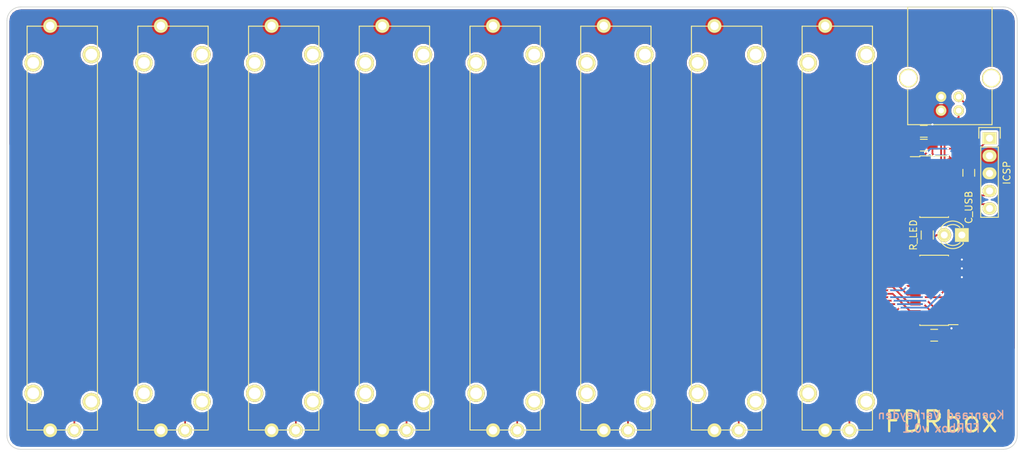
<source format=kicad_pcb>
(kicad_pcb (version 4) (host pcbnew 4.0.2-stable)

  (general
    (links 53)
    (no_connects 1)
    (area 49 49 197.000001 115.000001)
    (thickness 1.6)
    (drawings 11)
    (tracks 156)
    (zones 0)
    (modules 18)
    (nets 25)
  )

  (page A4)
  (title_block
    (title "FDRbox v0.1")
    (date 2016-07-24)
    (rev v0.1)
    (company "Koenraad Verheyden")
    (comment 1 @koenaad)
  )

  (layers
    (0 F.Cu signal)
    (31 B.Cu signal)
    (36 B.SilkS user)
    (37 F.SilkS user)
    (38 B.Mask user)
    (39 F.Mask user)
    (44 Edge.Cuts user)
    (46 B.CrtYd user)
    (47 F.CrtYd user)
  )

  (setup
    (last_trace_width 0.254)
    (trace_clearance 0.15)
    (zone_clearance 0.3)
    (zone_45_only no)
    (trace_min 0.15)
    (segment_width 0.2)
    (edge_width 0.1)
    (via_size 0.3048)
    (via_drill 0.3)
    (via_min_size 0.3)
    (via_min_drill 0.3)
    (uvia_size 0.3)
    (uvia_drill 0.1)
    (uvias_allowed no)
    (uvia_min_size 0.2)
    (uvia_min_drill 0.1)
    (pcb_text_width 0.3)
    (pcb_text_size 1.5 1.5)
    (mod_edge_width 0.15)
    (mod_text_size 1 1)
    (mod_text_width 0.15)
    (pad_size 1.5 1.5)
    (pad_drill 0.6)
    (pad_to_mask_clearance 0)
    (aux_axis_origin 0 0)
    (visible_elements FFFFFF7F)
    (pcbplotparams
      (layerselection 0x010f0_80000001)
      (usegerberextensions true)
      (excludeedgelayer true)
      (linewidth 0.100000)
      (plotframeref false)
      (viasonmask false)
      (mode 1)
      (useauxorigin false)
      (hpglpennumber 1)
      (hpglpenspeed 20)
      (hpglpendiameter 15)
      (hpglpenoverlay 2)
      (psnegative false)
      (psa4output false)
      (plotreference true)
      (plotvalue true)
      (plotinvisibletext false)
      (padsonsilk false)
      (subtractmaskfromsilk false)
      (outputformat 1)
      (mirror false)
      (drillshape 0)
      (scaleselection 1)
      (outputdirectory output_gerber/))
  )

  (net 0 "")
  (net 1 GND)
  (net 2 +5V)
  (net 3 "Net-(C4-Pad2)")
  (net 4 "Net-(D1-Pad2)")
  (net 5 /D-)
  (net 6 /D+)
  (net 7 "Net-(P1-Pad5)")
  (net 8 /MCLR)
  (net 9 /RC0)
  (net 10 /RC1)
  (net 11 "Net-(R1-Pad1)")
  (net 12 /FDR_0)
  (net 13 /FDR_1)
  (net 14 /FDR_2)
  (net 15 /FDR_3)
  (net 16 /FDR_4)
  (net 17 /FDR_5)
  (net 18 /FDR_6)
  (net 19 /FDR_7)
  (net 20 "Net-(U1-Pad2)")
  (net 21 /CH_0)
  (net 22 /CH_1)
  (net 23 /CH_2)
  (net 24 /FDR_X)

  (net_class Default "This is the default net class."
    (clearance 0.15)
    (trace_width 0.254)
    (via_dia 0.3048)
    (via_drill 0.3)
    (uvia_dia 0.3)
    (uvia_drill 0.1)
    (add_net +5V)
    (add_net /CH_0)
    (add_net /CH_1)
    (add_net /CH_2)
    (add_net /D+)
    (add_net /D-)
    (add_net /FDR_0)
    (add_net /FDR_1)
    (add_net /FDR_2)
    (add_net /FDR_3)
    (add_net /FDR_4)
    (add_net /FDR_5)
    (add_net /FDR_6)
    (add_net /FDR_7)
    (add_net /FDR_X)
    (add_net /MCLR)
    (add_net /RC0)
    (add_net /RC1)
    (add_net GND)
    (add_net "Net-(C4-Pad2)")
    (add_net "Net-(D1-Pad2)")
    (add_net "Net-(P1-Pad5)")
    (add_net "Net-(R1-Pad1)")
    (add_net "Net-(U1-Pad2)")
  )

  (module Capacitors_SMD:C_0805_HandSoldering (layer F.Cu) (tedit 57951C08) (tstamp 5793D53F)
    (at 189 74 270)
    (descr "Capacitor SMD 0805, hand soldering")
    (tags "capacitor 0805")
    (path /57922212)
    (attr smd)
    (fp_text reference C_USB (at 5 0 270) (layer F.SilkS)
      (effects (font (size 1 1) (thickness 0.15)))
    )
    (fp_text value 470nF (at 0 2.1 270) (layer F.Fab) hide
      (effects (font (size 1 1) (thickness 0.15)))
    )
    (fp_line (start -2.3 -1) (end 2.3 -1) (layer F.CrtYd) (width 0.05))
    (fp_line (start -2.3 1) (end 2.3 1) (layer F.CrtYd) (width 0.05))
    (fp_line (start -2.3 -1) (end -2.3 1) (layer F.CrtYd) (width 0.05))
    (fp_line (start 2.3 -1) (end 2.3 1) (layer F.CrtYd) (width 0.05))
    (fp_line (start 0.5 -0.85) (end -0.5 -0.85) (layer F.SilkS) (width 0.15))
    (fp_line (start -0.5 0.85) (end 0.5 0.85) (layer F.SilkS) (width 0.15))
    (pad 1 smd rect (at -1.25 0 270) (size 1.5 1.25) (layers F.Cu F.Mask)
      (net 1 GND))
    (pad 2 smd rect (at 1.25 0 270) (size 1.5 1.25) (layers F.Cu F.Mask)
      (net 3 "Net-(C4-Pad2)"))
    (model Capacitors_SMD.3dshapes/C_0805_HandSoldering.wrl
      (at (xyz 0 0 0))
      (scale (xyz 1 1 1))
      (rotate (xyz 0 0 0))
    )
  )

  (module Housings_SOIC:SOIC-14_3.9x8.7mm_Pitch1.27mm (layer F.Cu) (tedit 57951B29) (tstamp 5793D619)
    (at 184 76)
    (descr "14-Lead Plastic Small Outline (SL) - Narrow, 3.90 mm Body [SOIC] (see Microchip Packaging Specification 00000049BS.pdf)")
    (tags "SOIC 1.27")
    (path /579223D3)
    (attr smd)
    (fp_text reference U1 (at 0 -5.375) (layer F.SilkS) hide
      (effects (font (size 1 1) (thickness 0.15)))
    )
    (fp_text value PIC16F1455 (at 0 0 90) (layer F.Fab)
      (effects (font (size 1 1) (thickness 0.15)))
    )
    (fp_line (start -3.7 -4.65) (end -3.7 4.65) (layer F.CrtYd) (width 0.05))
    (fp_line (start 3.7 -4.65) (end 3.7 4.65) (layer F.CrtYd) (width 0.05))
    (fp_line (start -3.7 -4.65) (end 3.7 -4.65) (layer F.CrtYd) (width 0.05))
    (fp_line (start -3.7 4.65) (end 3.7 4.65) (layer F.CrtYd) (width 0.05))
    (fp_line (start -2.075 -4.45) (end -2.075 -4.335) (layer F.SilkS) (width 0.15))
    (fp_line (start 2.075 -4.45) (end 2.075 -4.335) (layer F.SilkS) (width 0.15))
    (fp_line (start 2.075 4.45) (end 2.075 4.335) (layer F.SilkS) (width 0.15))
    (fp_line (start -2.075 4.45) (end -2.075 4.335) (layer F.SilkS) (width 0.15))
    (fp_line (start -2.075 -4.45) (end 2.075 -4.45) (layer F.SilkS) (width 0.15))
    (fp_line (start -2.075 4.45) (end 2.075 4.45) (layer F.SilkS) (width 0.15))
    (fp_line (start -2.075 -4.335) (end -3.45 -4.335) (layer F.SilkS) (width 0.15))
    (pad 1 smd rect (at -2.7 -3.81) (size 1.5 0.6) (layers F.Cu F.Mask)
      (net 2 +5V))
    (pad 2 smd rect (at -2.7 -2.54) (size 1.5 0.6) (layers F.Cu F.Mask)
      (net 20 "Net-(U1-Pad2)"))
    (pad 3 smd rect (at -2.7 -1.27) (size 1.5 0.6) (layers F.Cu F.Mask)
      (net 21 /CH_0))
    (pad 4 smd rect (at -2.7 0) (size 1.5 0.6) (layers F.Cu F.Mask)
      (net 8 /MCLR))
    (pad 5 smd rect (at -2.7 1.27) (size 1.5 0.6) (layers F.Cu F.Mask)
      (net 22 /CH_1))
    (pad 6 smd rect (at -2.7 2.54) (size 1.5 0.6) (layers F.Cu F.Mask)
      (net 11 "Net-(R1-Pad1)"))
    (pad 7 smd rect (at -2.7 3.81) (size 1.5 0.6) (layers F.Cu F.Mask)
      (net 23 /CH_2))
    (pad 8 smd rect (at 2.7 3.81) (size 1.5 0.6) (layers F.Cu F.Mask)
      (net 24 /FDR_X))
    (pad 9 smd rect (at 2.7 2.54) (size 1.5 0.6) (layers F.Cu F.Mask)
      (net 10 /RC1))
    (pad 10 smd rect (at 2.7 1.27) (size 1.5 0.6) (layers F.Cu F.Mask)
      (net 9 /RC0))
    (pad 11 smd rect (at 2.7 0) (size 1.5 0.6) (layers F.Cu F.Mask)
      (net 3 "Net-(C4-Pad2)"))
    (pad 12 smd rect (at 2.7 -1.27) (size 1.5 0.6) (layers F.Cu F.Mask)
      (net 5 /D-))
    (pad 13 smd rect (at 2.7 -2.54) (size 1.5 0.6) (layers F.Cu F.Mask)
      (net 6 /D+))
    (pad 14 smd rect (at 2.7 -3.81) (size 1.5 0.6) (layers F.Cu F.Mask)
      (net 1 GND))
    (model Housings_SOIC.3dshapes/SOIC-14_3.9x8.7mm_Pitch1.27mm.wrl
      (at (xyz 0 0 0))
      (scale (xyz 1 1 1))
      (rotate (xyz 0 0 0))
    )
  )

  (module Capacitors_SMD:C_0805_HandSoldering (layer F.Cu) (tedit 57951B06) (tstamp 5793D51B)
    (at 182.5 70 180)
    (descr "Capacitor SMD 0805, hand soldering")
    (tags "capacitor 0805")
    (path /57939569)
    (attr smd)
    (fp_text reference C1 (at 0 -2.1 180) (layer F.SilkS) hide
      (effects (font (size 1 1) (thickness 0.15)))
    )
    (fp_text value 100nF (at 0 2.1 180) (layer F.Fab) hide
      (effects (font (size 1 1) (thickness 0.15)))
    )
    (fp_line (start -2.3 -1) (end 2.3 -1) (layer F.CrtYd) (width 0.05))
    (fp_line (start -2.3 1) (end 2.3 1) (layer F.CrtYd) (width 0.05))
    (fp_line (start -2.3 -1) (end -2.3 1) (layer F.CrtYd) (width 0.05))
    (fp_line (start 2.3 -1) (end 2.3 1) (layer F.CrtYd) (width 0.05))
    (fp_line (start 0.5 -0.85) (end -0.5 -0.85) (layer F.SilkS) (width 0.15))
    (fp_line (start -0.5 0.85) (end 0.5 0.85) (layer F.SilkS) (width 0.15))
    (pad 1 smd rect (at -1.25 0 180) (size 1.5 1.25) (layers F.Cu F.Mask)
      (net 1 GND))
    (pad 2 smd rect (at 1.25 0 180) (size 1.5 1.25) (layers F.Cu F.Mask)
      (net 2 +5V))
    (model Capacitors_SMD.3dshapes/C_0805_HandSoldering.wrl
      (at (xyz 0 0 0))
      (scale (xyz 1 1 1))
      (rotate (xyz 0 0 0))
    )
  )

  (module Capacitors_SMD:C_0805_HandSoldering (layer F.Cu) (tedit 57951B9E) (tstamp 5793D527)
    (at 184 97.5 180)
    (descr "Capacitor SMD 0805, hand soldering")
    (tags "capacitor 0805")
    (path /57939526)
    (attr smd)
    (fp_text reference C2 (at 0 -2.1 180) (layer F.SilkS) hide
      (effects (font (size 1 1) (thickness 0.15)))
    )
    (fp_text value 100nF (at 0 2.1 180) (layer F.Fab) hide
      (effects (font (size 1 1) (thickness 0.15)))
    )
    (fp_line (start -2.3 -1) (end 2.3 -1) (layer F.CrtYd) (width 0.05))
    (fp_line (start -2.3 1) (end 2.3 1) (layer F.CrtYd) (width 0.05))
    (fp_line (start -2.3 -1) (end -2.3 1) (layer F.CrtYd) (width 0.05))
    (fp_line (start 2.3 -1) (end 2.3 1) (layer F.CrtYd) (width 0.05))
    (fp_line (start 0.5 -0.85) (end -0.5 -0.85) (layer F.SilkS) (width 0.15))
    (fp_line (start -0.5 0.85) (end 0.5 0.85) (layer F.SilkS) (width 0.15))
    (pad 1 smd rect (at -1.25 0 180) (size 1.5 1.25) (layers F.Cu F.Mask)
      (net 1 GND))
    (pad 2 smd rect (at 1.25 0 180) (size 1.5 1.25) (layers F.Cu F.Mask)
      (net 2 +5V))
    (model Capacitors_SMD.3dshapes/C_0805_HandSoldering.wrl
      (at (xyz 0 0 0))
      (scale (xyz 1 1 1))
      (rotate (xyz 0 0 0))
    )
  )

  (module Capacitors_SMD:C_0805_HandSoldering (layer F.Cu) (tedit 57951B01) (tstamp 5793D533)
    (at 182.5 68 180)
    (descr "Capacitor SMD 0805, hand soldering")
    (tags "capacitor 0805")
    (path /57922214)
    (attr smd)
    (fp_text reference C3 (at 0 -2.1 180) (layer F.SilkS) hide
      (effects (font (size 1 1) (thickness 0.15)))
    )
    (fp_text value 1µF (at 0 2.1 180) (layer F.Fab) hide
      (effects (font (size 1 1) (thickness 0.15)))
    )
    (fp_line (start -2.3 -1) (end 2.3 -1) (layer F.CrtYd) (width 0.05))
    (fp_line (start -2.3 1) (end 2.3 1) (layer F.CrtYd) (width 0.05))
    (fp_line (start -2.3 -1) (end -2.3 1) (layer F.CrtYd) (width 0.05))
    (fp_line (start 2.3 -1) (end 2.3 1) (layer F.CrtYd) (width 0.05))
    (fp_line (start 0.5 -0.85) (end -0.5 -0.85) (layer F.SilkS) (width 0.15))
    (fp_line (start -0.5 0.85) (end 0.5 0.85) (layer F.SilkS) (width 0.15))
    (pad 1 smd rect (at -1.25 0 180) (size 1.5 1.25) (layers F.Cu F.Mask)
      (net 1 GND))
    (pad 2 smd rect (at 1.25 0 180) (size 1.5 1.25) (layers F.Cu F.Mask)
      (net 2 +5V))
    (model Capacitors_SMD.3dshapes/C_0805_HandSoldering.wrl
      (at (xyz 0 0 0))
      (scale (xyz 1 1 1))
      (rotate (xyz 0 0 0))
    )
  )

  (module LEDs:LED-3MM (layer F.Cu) (tedit 57951B4B) (tstamp 5793D550)
    (at 188 83 180)
    (descr "LED 3mm round vertical")
    (tags "LED  3mm round vertical")
    (path /57922218)
    (fp_text reference D1 (at 1.91 3.06 180) (layer F.SilkS) hide
      (effects (font (size 1 1) (thickness 0.15)))
    )
    (fp_text value LED (at 1.3 -2.9 180) (layer F.Fab) hide
      (effects (font (size 1 1) (thickness 0.15)))
    )
    (fp_line (start -1.2 2.3) (end 3.8 2.3) (layer F.CrtYd) (width 0.05))
    (fp_line (start 3.8 2.3) (end 3.8 -2.2) (layer F.CrtYd) (width 0.05))
    (fp_line (start 3.8 -2.2) (end -1.2 -2.2) (layer F.CrtYd) (width 0.05))
    (fp_line (start -1.2 -2.2) (end -1.2 2.3) (layer F.CrtYd) (width 0.05))
    (fp_line (start -0.199 1.314) (end -0.199 1.114) (layer F.SilkS) (width 0.15))
    (fp_line (start -0.199 -1.28) (end -0.199 -1.1) (layer F.SilkS) (width 0.15))
    (fp_arc (start 1.301 0.034) (end -0.199 -1.286) (angle 108.5) (layer F.SilkS) (width 0.15))
    (fp_arc (start 1.301 0.034) (end 0.25 -1.1) (angle 85.7) (layer F.SilkS) (width 0.15))
    (fp_arc (start 1.311 0.034) (end 3.051 0.994) (angle 110) (layer F.SilkS) (width 0.15))
    (fp_arc (start 1.301 0.034) (end 2.335 1.094) (angle 87.5) (layer F.SilkS) (width 0.15))
    (fp_text user K (at -1.69 1.74 180) (layer F.SilkS) hide
      (effects (font (size 1 1) (thickness 0.15)))
    )
    (pad 1 thru_hole rect (at 0 0 270) (size 2 2) (drill 1.00076) (layers *.Cu *.Mask F.SilkS)
      (net 1 GND))
    (pad 2 thru_hole circle (at 2.54 0 180) (size 2 2) (drill 1.00076) (layers *.Cu *.Mask F.SilkS)
      (net 4 "Net-(D1-Pad2)"))
    (model LEDs.3dshapes/LED-3MM.wrl
      (at (xyz 0.05 0 0))
      (scale (xyz 1 1 1))
      (rotate (xyz 0 0 90))
    )
  )

  (module Connect:USB_B (layer F.Cu) (tedit 57951A36) (tstamp 5793D564)
    (at 185 65 90)
    (descr "USB B connector")
    (tags "USB_B USB_DEV")
    (path /5792221A)
    (fp_text reference P1 (at 11.049 1.27 180) (layer F.SilkS) hide
      (effects (font (size 1 1) (thickness 0.15)))
    )
    (fp_text value USB_B (at 4.699 1.27 180) (layer F.Fab) hide
      (effects (font (size 1 1) (thickness 0.15)))
    )
    (fp_line (start 15.25 8.9) (end -2.3 8.9) (layer F.CrtYd) (width 0.05))
    (fp_line (start -2.3 8.9) (end -2.3 -6.35) (layer F.CrtYd) (width 0.05))
    (fp_line (start -2.3 -6.35) (end 15.25 -6.35) (layer F.CrtYd) (width 0.05))
    (fp_line (start 15.25 -6.35) (end 15.25 8.9) (layer F.CrtYd) (width 0.05))
    (fp_line (start 6.35 7.366) (end 14.986 7.366) (layer F.SilkS) (width 0.15))
    (fp_line (start -2.032 7.366) (end 3.048 7.366) (layer F.SilkS) (width 0.15))
    (fp_line (start 6.35 -4.826) (end 14.986 -4.826) (layer F.SilkS) (width 0.15))
    (fp_line (start -2.032 -4.826) (end 3.048 -4.826) (layer F.SilkS) (width 0.15))
    (fp_line (start 14.986 -4.826) (end 14.986 7.366) (layer F.SilkS) (width 0.15))
    (fp_line (start -2.032 7.366) (end -2.032 -4.826) (layer F.SilkS) (width 0.15))
    (pad 2 thru_hole circle (at 0 2.54) (size 1.524 1.524) (drill 0.8128) (layers *.Cu *.Mask F.SilkS)
      (net 5 /D-))
    (pad 1 thru_hole circle (at 0 0) (size 1.524 1.524) (drill 0.8128) (layers *.Cu *.Mask F.SilkS)
      (net 2 +5V))
    (pad 4 thru_hole circle (at 1.99898 0) (size 1.524 1.524) (drill 0.8128) (layers *.Cu *.Mask F.SilkS)
      (net 1 GND))
    (pad 3 thru_hole circle (at 1.99898 2.54) (size 1.524 1.524) (drill 0.8128) (layers *.Cu *.Mask F.SilkS)
      (net 6 /D+))
    (pad 5 thru_hole circle (at 4.699 7.26948) (size 2.70002 2.70002) (drill 2.30124) (layers *.Cu *.Mask F.SilkS)
      (net 7 "Net-(P1-Pad5)"))
    (pad 5 thru_hole circle (at 4.699 -4.72948) (size 2.70002 2.70002) (drill 2.30124) (layers *.Cu *.Mask F.SilkS)
      (net 7 "Net-(P1-Pad5)"))
    (model Connect.3dshapes/USB_B.wrl
      (at (xyz 0.185 -0.05 0.001))
      (scale (xyz 0.3937 0.3937 0.3937))
      (rotate (xyz 0 0 -90))
    )
  )

  (module Pin_Headers:Pin_Header_Straight_1x05 (layer F.Cu) (tedit 57951A51) (tstamp 5793D578)
    (at 192 69)
    (descr "Through hole pin header")
    (tags "pin header")
    (path /5792221B)
    (fp_text reference P2 (at 0 -5.1) (layer F.SilkS) hide
      (effects (font (size 1 1) (thickness 0.15)))
    )
    (fp_text value ICSP (at 0 -3.1) (layer F.Fab) hide
      (effects (font (size 1 1) (thickness 0.15)))
    )
    (fp_line (start -1.55 0) (end -1.55 -1.55) (layer F.SilkS) (width 0.15))
    (fp_line (start -1.55 -1.55) (end 1.55 -1.55) (layer F.SilkS) (width 0.15))
    (fp_line (start 1.55 -1.55) (end 1.55 0) (layer F.SilkS) (width 0.15))
    (fp_line (start -1.75 -1.75) (end -1.75 11.95) (layer F.CrtYd) (width 0.05))
    (fp_line (start 1.75 -1.75) (end 1.75 11.95) (layer F.CrtYd) (width 0.05))
    (fp_line (start -1.75 -1.75) (end 1.75 -1.75) (layer F.CrtYd) (width 0.05))
    (fp_line (start -1.75 11.95) (end 1.75 11.95) (layer F.CrtYd) (width 0.05))
    (fp_line (start 1.27 1.27) (end 1.27 11.43) (layer F.SilkS) (width 0.15))
    (fp_line (start 1.27 11.43) (end -1.27 11.43) (layer F.SilkS) (width 0.15))
    (fp_line (start -1.27 11.43) (end -1.27 1.27) (layer F.SilkS) (width 0.15))
    (fp_line (start 1.27 1.27) (end -1.27 1.27) (layer F.SilkS) (width 0.15))
    (pad 1 thru_hole rect (at 0 0) (size 2.032 1.7272) (drill 1.016) (layers *.Cu *.Mask F.SilkS)
      (net 8 /MCLR))
    (pad 2 thru_hole oval (at 0 2.54) (size 2.032 1.7272) (drill 1.016) (layers *.Cu *.Mask F.SilkS)
      (net 2 +5V))
    (pad 3 thru_hole oval (at 0 5.08) (size 2.032 1.7272) (drill 1.016) (layers *.Cu *.Mask F.SilkS)
      (net 1 GND))
    (pad 4 thru_hole oval (at 0 7.62) (size 2.032 1.7272) (drill 1.016) (layers *.Cu *.Mask F.SilkS)
      (net 9 /RC0))
    (pad 5 thru_hole oval (at 0 10.16) (size 2.032 1.7272) (drill 1.016) (layers *.Cu *.Mask F.SilkS)
      (net 10 /RC1))
    (model Pin_Headers.3dshapes/Pin_Header_Straight_1x05.wrl
      (at (xyz 0 -0.2 0))
      (scale (xyz 1 1 1))
      (rotate (xyz 0 0 90))
    )
  )

  (module Resistors_SMD:R_0805_HandSoldering (layer F.Cu) (tedit 57951BC0) (tstamp 5793D584)
    (at 183 83 270)
    (descr "Resistor SMD 0805, hand soldering")
    (tags "resistor 0805")
    (path /57922217)
    (attr smd)
    (fp_text reference R_LED (at 0 2 270) (layer F.SilkS)
      (effects (font (size 1 1) (thickness 0.15)))
    )
    (fp_text value 150Ω (at 0 2.1 270) (layer F.Fab) hide
      (effects (font (size 1 1) (thickness 0.15)))
    )
    (fp_line (start -2.4 -1) (end 2.4 -1) (layer F.CrtYd) (width 0.05))
    (fp_line (start -2.4 1) (end 2.4 1) (layer F.CrtYd) (width 0.05))
    (fp_line (start -2.4 -1) (end -2.4 1) (layer F.CrtYd) (width 0.05))
    (fp_line (start 2.4 -1) (end 2.4 1) (layer F.CrtYd) (width 0.05))
    (fp_line (start 0.6 0.875) (end -0.6 0.875) (layer F.SilkS) (width 0.15))
    (fp_line (start -0.6 -0.875) (end 0.6 -0.875) (layer F.SilkS) (width 0.15))
    (pad 1 smd rect (at -1.35 0 270) (size 1.5 1.3) (layers F.Cu F.Mask)
      (net 11 "Net-(R1-Pad1)"))
    (pad 2 smd rect (at 1.35 0 270) (size 1.5 1.3) (layers F.Cu F.Mask)
      (net 4 "Net-(D1-Pad2)"))
    (model Resistors_SMD.3dshapes/R_0805_HandSoldering.wrl
      (at (xyz 0 0 0))
      (scale (xyz 1 1 1))
      (rotate (xyz 0 0 0))
    )
  )

  (module Bourns_PTA4543:PTA4543 (layer F.Cu) (tedit 57951B89) (tstamp 5793D593)
    (at 58 82 90)
    (path /579383FB)
    (fp_text reference RV1 (at 0 1.27 90) (layer F.SilkS) hide
      (effects (font (size 1 1) (thickness 0.15)))
    )
    (fp_text value 10k (at 0 -1.27 90) (layer F.Fab) hide
      (effects (font (size 1 1) (thickness 0.15)))
    )
    (fp_line (start -29.21 -5.08) (end 29.21 -5.08) (layer F.SilkS) (width 0.15))
    (fp_line (start 29.21 -5.08) (end 29.21 5.08) (layer F.SilkS) (width 0.15))
    (fp_line (start 29.21 5.08) (end -29.21 5.08) (layer F.SilkS) (width 0.15))
    (fp_line (start -29.21 5.08) (end -29.21 -5.08) (layer F.SilkS) (width 0.15))
    (pad "" thru_hole circle (at -25.1 4.2 90) (size 2.5 2.5) (drill 1.7) (layers *.Cu *.Mask F.SilkS))
    (pad "" thru_hole circle (at 25.1 4.2 90) (size 2.5 2.5) (drill 1.7) (layers *.Cu *.Mask F.SilkS))
    (pad "" thru_hole circle (at 23.9 -4.2 90) (size 2.5 2.5) (drill 1.7) (layers *.Cu *.Mask F.SilkS))
    (pad 3 thru_hole circle (at 29.25 -1.75 90) (size 2 2) (drill 1.2) (layers *.Cu *.Mask F.SilkS)
      (net 2 +5V))
    (pad 2 thru_hole circle (at -29.25 1.75 90) (size 2 2) (drill 1.2) (layers *.Cu *.Mask F.SilkS)
      (net 12 /FDR_0))
    (pad 1 thru_hole circle (at -29.25 -1.75 90) (size 2 2) (drill 1.2) (layers *.Cu *.Mask F.SilkS)
      (net 1 GND))
    (pad "" thru_hole circle (at -23.9 -4.2 90) (size 2.5 2.5) (drill 1.7) (layers *.Cu *.Mask F.SilkS))
  )

  (module Bourns_PTA4543:PTA4543 (layer F.Cu) (tedit 57951B83) (tstamp 5793D5A2)
    (at 74 82 90)
    (path /57937EB4)
    (fp_text reference RV2 (at 0 1.27 90) (layer F.SilkS) hide
      (effects (font (size 1 1) (thickness 0.15)))
    )
    (fp_text value 10k (at 0 -1.27 90) (layer F.Fab) hide
      (effects (font (size 1 1) (thickness 0.15)))
    )
    (fp_line (start -29.21 -5.08) (end 29.21 -5.08) (layer F.SilkS) (width 0.15))
    (fp_line (start 29.21 -5.08) (end 29.21 5.08) (layer F.SilkS) (width 0.15))
    (fp_line (start 29.21 5.08) (end -29.21 5.08) (layer F.SilkS) (width 0.15))
    (fp_line (start -29.21 5.08) (end -29.21 -5.08) (layer F.SilkS) (width 0.15))
    (pad "" thru_hole circle (at -25.1 4.2 90) (size 2.5 2.5) (drill 1.7) (layers *.Cu *.Mask F.SilkS))
    (pad "" thru_hole circle (at 25.1 4.2 90) (size 2.5 2.5) (drill 1.7) (layers *.Cu *.Mask F.SilkS))
    (pad "" thru_hole circle (at 23.9 -4.2 90) (size 2.5 2.5) (drill 1.7) (layers *.Cu *.Mask F.SilkS))
    (pad 3 thru_hole circle (at 29.25 -1.75 90) (size 2 2) (drill 1.2) (layers *.Cu *.Mask F.SilkS)
      (net 2 +5V))
    (pad 2 thru_hole circle (at -29.25 1.75 90) (size 2 2) (drill 1.2) (layers *.Cu *.Mask F.SilkS)
      (net 13 /FDR_1))
    (pad 1 thru_hole circle (at -29.25 -1.75 90) (size 2 2) (drill 1.2) (layers *.Cu *.Mask F.SilkS)
      (net 1 GND))
    (pad "" thru_hole circle (at -23.9 -4.2 90) (size 2.5 2.5) (drill 1.7) (layers *.Cu *.Mask F.SilkS))
  )

  (module Bourns_PTA4543:PTA4543 (layer F.Cu) (tedit 57951B7D) (tstamp 5793D5B1)
    (at 90 82 90)
    (path /579381C9)
    (fp_text reference RV3 (at 0 1.27 90) (layer F.SilkS) hide
      (effects (font (size 1 1) (thickness 0.15)))
    )
    (fp_text value 10k (at 0 -1.27 90) (layer F.Fab) hide
      (effects (font (size 1 1) (thickness 0.15)))
    )
    (fp_line (start -29.21 -5.08) (end 29.21 -5.08) (layer F.SilkS) (width 0.15))
    (fp_line (start 29.21 -5.08) (end 29.21 5.08) (layer F.SilkS) (width 0.15))
    (fp_line (start 29.21 5.08) (end -29.21 5.08) (layer F.SilkS) (width 0.15))
    (fp_line (start -29.21 5.08) (end -29.21 -5.08) (layer F.SilkS) (width 0.15))
    (pad "" thru_hole circle (at -25.1 4.2 90) (size 2.5 2.5) (drill 1.7) (layers *.Cu *.Mask F.SilkS))
    (pad "" thru_hole circle (at 25.1 4.2 90) (size 2.5 2.5) (drill 1.7) (layers *.Cu *.Mask F.SilkS))
    (pad "" thru_hole circle (at 23.9 -4.2 90) (size 2.5 2.5) (drill 1.7) (layers *.Cu *.Mask F.SilkS))
    (pad 3 thru_hole circle (at 29.25 -1.75 90) (size 2 2) (drill 1.2) (layers *.Cu *.Mask F.SilkS)
      (net 2 +5V))
    (pad 2 thru_hole circle (at -29.25 1.75 90) (size 2 2) (drill 1.2) (layers *.Cu *.Mask F.SilkS)
      (net 14 /FDR_2))
    (pad 1 thru_hole circle (at -29.25 -1.75 90) (size 2 2) (drill 1.2) (layers *.Cu *.Mask F.SilkS)
      (net 1 GND))
    (pad "" thru_hole circle (at -23.9 -4.2 90) (size 2.5 2.5) (drill 1.7) (layers *.Cu *.Mask F.SilkS))
  )

  (module Bourns_PTA4543:PTA4543 (layer F.Cu) (tedit 57951B73) (tstamp 5793D5C0)
    (at 106 82 90)
    (path /57938271)
    (fp_text reference RV4 (at 0 1.27 90) (layer F.SilkS) hide
      (effects (font (size 1 1) (thickness 0.15)))
    )
    (fp_text value 10k (at 0 -1.27 90) (layer F.Fab) hide
      (effects (font (size 1 1) (thickness 0.15)))
    )
    (fp_line (start -29.21 -5.08) (end 29.21 -5.08) (layer F.SilkS) (width 0.15))
    (fp_line (start 29.21 -5.08) (end 29.21 5.08) (layer F.SilkS) (width 0.15))
    (fp_line (start 29.21 5.08) (end -29.21 5.08) (layer F.SilkS) (width 0.15))
    (fp_line (start -29.21 5.08) (end -29.21 -5.08) (layer F.SilkS) (width 0.15))
    (pad "" thru_hole circle (at -25.1 4.2 90) (size 2.5 2.5) (drill 1.7) (layers *.Cu *.Mask F.SilkS))
    (pad "" thru_hole circle (at 25.1 4.2 90) (size 2.5 2.5) (drill 1.7) (layers *.Cu *.Mask F.SilkS))
    (pad "" thru_hole circle (at 23.9 -4.2 90) (size 2.5 2.5) (drill 1.7) (layers *.Cu *.Mask F.SilkS))
    (pad 3 thru_hole circle (at 29.25 -1.75 90) (size 2 2) (drill 1.2) (layers *.Cu *.Mask F.SilkS)
      (net 2 +5V))
    (pad 2 thru_hole circle (at -29.25 1.75 90) (size 2 2) (drill 1.2) (layers *.Cu *.Mask F.SilkS)
      (net 15 /FDR_3))
    (pad 1 thru_hole circle (at -29.25 -1.75 90) (size 2 2) (drill 1.2) (layers *.Cu *.Mask F.SilkS)
      (net 1 GND))
    (pad "" thru_hole circle (at -23.9 -4.2 90) (size 2.5 2.5) (drill 1.7) (layers *.Cu *.Mask F.SilkS))
  )

  (module Bourns_PTA4543:PTA4543 (layer F.Cu) (tedit 57951B6B) (tstamp 5793D5CF)
    (at 122 82 90)
    (path /57938279)
    (fp_text reference RV5 (at 0 1.27 90) (layer F.SilkS) hide
      (effects (font (size 1 1) (thickness 0.15)))
    )
    (fp_text value 10k (at 0 -1.27 90) (layer F.Fab) hide
      (effects (font (size 1 1) (thickness 0.15)))
    )
    (fp_line (start -29.21 -5.08) (end 29.21 -5.08) (layer F.SilkS) (width 0.15))
    (fp_line (start 29.21 -5.08) (end 29.21 5.08) (layer F.SilkS) (width 0.15))
    (fp_line (start 29.21 5.08) (end -29.21 5.08) (layer F.SilkS) (width 0.15))
    (fp_line (start -29.21 5.08) (end -29.21 -5.08) (layer F.SilkS) (width 0.15))
    (pad "" thru_hole circle (at -25.1 4.2 90) (size 2.5 2.5) (drill 1.7) (layers *.Cu *.Mask F.SilkS))
    (pad "" thru_hole circle (at 25.1 4.2 90) (size 2.5 2.5) (drill 1.7) (layers *.Cu *.Mask F.SilkS))
    (pad "" thru_hole circle (at 23.9 -4.2 90) (size 2.5 2.5) (drill 1.7) (layers *.Cu *.Mask F.SilkS))
    (pad 3 thru_hole circle (at 29.25 -1.75 90) (size 2 2) (drill 1.2) (layers *.Cu *.Mask F.SilkS)
      (net 2 +5V))
    (pad 2 thru_hole circle (at -29.25 1.75 90) (size 2 2) (drill 1.2) (layers *.Cu *.Mask F.SilkS)
      (net 16 /FDR_4))
    (pad 1 thru_hole circle (at -29.25 -1.75 90) (size 2 2) (drill 1.2) (layers *.Cu *.Mask F.SilkS)
      (net 1 GND))
    (pad "" thru_hole circle (at -23.9 -4.2 90) (size 2.5 2.5) (drill 1.7) (layers *.Cu *.Mask F.SilkS))
  )

  (module Bourns_PTA4543:PTA4543 (layer F.Cu) (tedit 57951B62) (tstamp 5793D5DE)
    (at 138 82 90)
    (path /579383AE)
    (fp_text reference RV6 (at 0 1.27 90) (layer F.SilkS) hide
      (effects (font (size 1 1) (thickness 0.15)))
    )
    (fp_text value 10k (at 0 -1.27 90) (layer F.Fab) hide
      (effects (font (size 1 1) (thickness 0.15)))
    )
    (fp_line (start -29.21 -5.08) (end 29.21 -5.08) (layer F.SilkS) (width 0.15))
    (fp_line (start 29.21 -5.08) (end 29.21 5.08) (layer F.SilkS) (width 0.15))
    (fp_line (start 29.21 5.08) (end -29.21 5.08) (layer F.SilkS) (width 0.15))
    (fp_line (start -29.21 5.08) (end -29.21 -5.08) (layer F.SilkS) (width 0.15))
    (pad "" thru_hole circle (at -25.1 4.2 90) (size 2.5 2.5) (drill 1.7) (layers *.Cu *.Mask F.SilkS))
    (pad "" thru_hole circle (at 25.1 4.2 90) (size 2.5 2.5) (drill 1.7) (layers *.Cu *.Mask F.SilkS))
    (pad "" thru_hole circle (at 23.9 -4.2 90) (size 2.5 2.5) (drill 1.7) (layers *.Cu *.Mask F.SilkS))
    (pad 3 thru_hole circle (at 29.25 -1.75 90) (size 2 2) (drill 1.2) (layers *.Cu *.Mask F.SilkS)
      (net 2 +5V))
    (pad 2 thru_hole circle (at -29.25 1.75 90) (size 2 2) (drill 1.2) (layers *.Cu *.Mask F.SilkS)
      (net 17 /FDR_5))
    (pad 1 thru_hole circle (at -29.25 -1.75 90) (size 2 2) (drill 1.2) (layers *.Cu *.Mask F.SilkS)
      (net 1 GND))
    (pad "" thru_hole circle (at -23.9 -4.2 90) (size 2.5 2.5) (drill 1.7) (layers *.Cu *.Mask F.SilkS))
  )

  (module Bourns_PTA4543:PTA4543 (layer F.Cu) (tedit 57951B5A) (tstamp 5793D5ED)
    (at 154 82 90)
    (path /5793D3F6)
    (fp_text reference RV7 (at 0 1.27 90) (layer F.SilkS) hide
      (effects (font (size 1 1) (thickness 0.15)))
    )
    (fp_text value 10k (at 0 -1.27 90) (layer F.Fab) hide
      (effects (font (size 1 1) (thickness 0.15)))
    )
    (fp_line (start -29.21 -5.08) (end 29.21 -5.08) (layer F.SilkS) (width 0.15))
    (fp_line (start 29.21 -5.08) (end 29.21 5.08) (layer F.SilkS) (width 0.15))
    (fp_line (start 29.21 5.08) (end -29.21 5.08) (layer F.SilkS) (width 0.15))
    (fp_line (start -29.21 5.08) (end -29.21 -5.08) (layer F.SilkS) (width 0.15))
    (pad "" thru_hole circle (at -25.1 4.2 90) (size 2.5 2.5) (drill 1.7) (layers *.Cu *.Mask F.SilkS))
    (pad "" thru_hole circle (at 25.1 4.2 90) (size 2.5 2.5) (drill 1.7) (layers *.Cu *.Mask F.SilkS))
    (pad "" thru_hole circle (at 23.9 -4.2 90) (size 2.5 2.5) (drill 1.7) (layers *.Cu *.Mask F.SilkS))
    (pad 3 thru_hole circle (at 29.25 -1.75 90) (size 2 2) (drill 1.2) (layers *.Cu *.Mask F.SilkS)
      (net 2 +5V))
    (pad 2 thru_hole circle (at -29.25 1.75 90) (size 2 2) (drill 1.2) (layers *.Cu *.Mask F.SilkS)
      (net 18 /FDR_6))
    (pad 1 thru_hole circle (at -29.25 -1.75 90) (size 2 2) (drill 1.2) (layers *.Cu *.Mask F.SilkS)
      (net 1 GND))
    (pad "" thru_hole circle (at -23.9 -4.2 90) (size 2.5 2.5) (drill 1.7) (layers *.Cu *.Mask F.SilkS))
  )

  (module Bourns_PTA4543:PTA4543 (layer F.Cu) (tedit 57951B53) (tstamp 5793D5FC)
    (at 170 82 90)
    (path /5793D442)
    (fp_text reference RV8 (at 0 1.27 90) (layer F.SilkS) hide
      (effects (font (size 1 1) (thickness 0.15)))
    )
    (fp_text value 10k (at 0 -1.27 90) (layer F.Fab) hide
      (effects (font (size 1 1) (thickness 0.15)))
    )
    (fp_line (start -29.21 -5.08) (end 29.21 -5.08) (layer F.SilkS) (width 0.15))
    (fp_line (start 29.21 -5.08) (end 29.21 5.08) (layer F.SilkS) (width 0.15))
    (fp_line (start 29.21 5.08) (end -29.21 5.08) (layer F.SilkS) (width 0.15))
    (fp_line (start -29.21 5.08) (end -29.21 -5.08) (layer F.SilkS) (width 0.15))
    (pad "" thru_hole circle (at -25.1 4.2 90) (size 2.5 2.5) (drill 1.7) (layers *.Cu *.Mask F.SilkS))
    (pad "" thru_hole circle (at 25.1 4.2 90) (size 2.5 2.5) (drill 1.7) (layers *.Cu *.Mask F.SilkS))
    (pad "" thru_hole circle (at 23.9 -4.2 90) (size 2.5 2.5) (drill 1.7) (layers *.Cu *.Mask F.SilkS))
    (pad 3 thru_hole circle (at 29.25 -1.75 90) (size 2 2) (drill 1.2) (layers *.Cu *.Mask F.SilkS)
      (net 2 +5V))
    (pad 2 thru_hole circle (at -29.25 1.75 90) (size 2 2) (drill 1.2) (layers *.Cu *.Mask F.SilkS)
      (net 19 /FDR_7))
    (pad 1 thru_hole circle (at -29.25 -1.75 90) (size 2 2) (drill 1.2) (layers *.Cu *.Mask F.SilkS)
      (net 1 GND))
    (pad "" thru_hole circle (at -23.9 -4.2 90) (size 2.5 2.5) (drill 1.7) (layers *.Cu *.Mask F.SilkS))
  )

  (module Housings_SOIC:SOIC-16_3.9x9.9mm_Pitch1.27mm (layer F.Cu) (tedit 57951B99) (tstamp 5793D638)
    (at 184 91 180)
    (descr "16-Lead Plastic Small Outline (SL) - Narrow, 3.90 mm Body [SOIC] (see Microchip Packaging Specification 00000049BS.pdf)")
    (tags "SOIC 1.27")
    (path /57922ABA)
    (attr smd)
    (fp_text reference U2 (at 0 -6 180) (layer F.SilkS) hide
      (effects (font (size 1 1) (thickness 0.15)))
    )
    (fp_text value 4051 (at 0 0 270) (layer F.Fab)
      (effects (font (size 1 1) (thickness 0.15)))
    )
    (fp_line (start -3.7 -5.25) (end -3.7 5.25) (layer F.CrtYd) (width 0.05))
    (fp_line (start 3.7 -5.25) (end 3.7 5.25) (layer F.CrtYd) (width 0.05))
    (fp_line (start -3.7 -5.25) (end 3.7 -5.25) (layer F.CrtYd) (width 0.05))
    (fp_line (start -3.7 5.25) (end 3.7 5.25) (layer F.CrtYd) (width 0.05))
    (fp_line (start -2.075 -5.075) (end -2.075 -4.97) (layer F.SilkS) (width 0.15))
    (fp_line (start 2.075 -5.075) (end 2.075 -4.97) (layer F.SilkS) (width 0.15))
    (fp_line (start 2.075 5.075) (end 2.075 4.97) (layer F.SilkS) (width 0.15))
    (fp_line (start -2.075 5.075) (end -2.075 4.97) (layer F.SilkS) (width 0.15))
    (fp_line (start -2.075 -5.075) (end 2.075 -5.075) (layer F.SilkS) (width 0.15))
    (fp_line (start -2.075 5.075) (end 2.075 5.075) (layer F.SilkS) (width 0.15))
    (fp_line (start -2.075 -4.97) (end -3.45 -4.97) (layer F.SilkS) (width 0.15))
    (pad 1 smd rect (at -2.7 -4.445 180) (size 1.5 0.6) (layers F.Cu F.Mask)
      (net 18 /FDR_6))
    (pad 2 smd rect (at -2.7 -3.175 180) (size 1.5 0.6) (layers F.Cu F.Mask)
      (net 17 /FDR_5))
    (pad 3 smd rect (at -2.7 -1.905 180) (size 1.5 0.6) (layers F.Cu F.Mask)
      (net 24 /FDR_X))
    (pad 4 smd rect (at -2.7 -0.635 180) (size 1.5 0.6) (layers F.Cu F.Mask)
      (net 16 /FDR_4))
    (pad 5 smd rect (at -2.7 0.635 180) (size 1.5 0.6) (layers F.Cu F.Mask)
      (net 19 /FDR_7))
    (pad 6 smd rect (at -2.7 1.905 180) (size 1.5 0.6) (layers F.Cu F.Mask)
      (net 1 GND))
    (pad 7 smd rect (at -2.7 3.175 180) (size 1.5 0.6) (layers F.Cu F.Mask)
      (net 1 GND))
    (pad 8 smd rect (at -2.7 4.445 180) (size 1.5 0.6) (layers F.Cu F.Mask)
      (net 1 GND))
    (pad 9 smd rect (at 2.7 4.445 180) (size 1.5 0.6) (layers F.Cu F.Mask)
      (net 23 /CH_2))
    (pad 10 smd rect (at 2.7 3.175 180) (size 1.5 0.6) (layers F.Cu F.Mask)
      (net 22 /CH_1))
    (pad 11 smd rect (at 2.7 1.905 180) (size 1.5 0.6) (layers F.Cu F.Mask)
      (net 21 /CH_0))
    (pad 12 smd rect (at 2.7 0.635 180) (size 1.5 0.6) (layers F.Cu F.Mask)
      (net 14 /FDR_2))
    (pad 13 smd rect (at 2.7 -0.635 180) (size 1.5 0.6) (layers F.Cu F.Mask)
      (net 12 /FDR_0))
    (pad 14 smd rect (at 2.7 -1.905 180) (size 1.5 0.6) (layers F.Cu F.Mask)
      (net 13 /FDR_1))
    (pad 15 smd rect (at 2.7 -3.175 180) (size 1.5 0.6) (layers F.Cu F.Mask)
      (net 15 /FDR_3))
    (pad 16 smd rect (at 2.7 -4.445 180) (size 1.5 0.6) (layers F.Cu F.Mask)
      (net 2 +5V))
    (model Housings_SOIC.3dshapes/SOIC-16_3.9x9.9mm_Pitch1.27mm.wrl
      (at (xyz 0 0 0))
      (scale (xyz 1 1 1))
      (rotate (xyz 0 0 0))
    )
  )

  (gr_text ICSP (at 194.5 74 90) (layer F.SilkS)
    (effects (font (size 1 1) (thickness 0.15)))
  )
  (gr_text "Koenraad Verheyden\nFDRbox v0.1" (at 185 110) (layer B.SilkS)
    (effects (font (size 1.2 1.2) (thickness 0.2)) (justify mirror))
  )
  (gr_arc (start 52 52) (end 50 52) (angle 90) (layer Edge.Cuts) (width 0.1))
  (gr_arc (start 52 112) (end 52 114) (angle 90) (layer Edge.Cuts) (width 0.1))
  (gr_arc (start 194 112) (end 196 112) (angle 90) (layer Edge.Cuts) (width 0.1))
  (gr_arc (start 194 52) (end 194 50) (angle 90) (layer Edge.Cuts) (width 0.1))
  (gr_text "FDRbox\n" (at 185 110) (layer F.SilkS)
    (effects (font (size 3 3) (thickness 0.35)))
  )
  (gr_line (start 194 114) (end 52 114) (angle 90) (layer Edge.Cuts) (width 0.1))
  (gr_line (start 196 52) (end 196 112) (angle 90) (layer Edge.Cuts) (width 0.1))
  (gr_line (start 50 52) (end 50 112) (angle 90) (layer Edge.Cuts) (width 0.1))
  (gr_line (start 52 50) (end 194 50) (angle 90) (layer Edge.Cuts) (width 0.1))

  (segment (start 186 71.5) (end 186.01 71.5) (width 0.254) (layer F.Cu) (net 1))
  (segment (start 186.01 71.5) (end 186.7 72.19) (width 0.254) (layer F.Cu) (net 1))
  (via (at 186 71.5) (size 0.3048) (drill 0.3) (layers F.Cu B.Cu) (net 1))
  (segment (start 184 71.5) (end 186 71.5) (width 0.254) (layer B.Cu) (net 1))
  (segment (start 186.7 72.19) (end 188.44 72.19) (width 0.254) (layer F.Cu) (net 1))
  (segment (start 188.44 72.19) (end 189 72.75) (width 0.254) (layer F.Cu) (net 1))
  (segment (start 188 89.1) (end 188 95) (width 0.254) (layer B.Cu) (net 1))
  (segment (start 186.5 96.5) (end 188 95) (width 0.254) (layer B.Cu) (net 1))
  (via (at 186.5 96.5) (size 0.3048) (drill 0.3) (layers F.Cu B.Cu) (net 1))
  (via (at 186.5 96.5) (size 0.3048) (drill 0.3) (layers F.Cu B.Cu) (net 1))
  (segment (start 185.5 97.5) (end 186.5 96.5) (width 0.254) (layer F.Cu) (net 1))
  (segment (start 185.25 97.5) (end 185.5 97.5) (width 0.254) (layer F.Cu) (net 1))
  (segment (start 183.75 68) (end 183.75 67) (width 0.254) (layer F.Cu) (net 1))
  (via (at 183.75 67) (size 0.3048) (drill 0.3) (layers F.Cu B.Cu) (net 1))
  (segment (start 183.75 71.25) (end 184 71.5) (width 0.254) (layer F.Cu) (net 1) (tstamp 5794D6D7))
  (via (at 184 71.5) (size 0.3048) (drill 0.3) (layers F.Cu B.Cu) (net 1))
  (segment (start 183.75 70) (end 183.75 71.25) (width 0.254) (layer F.Cu) (net 1))
  (segment (start 188 86.55) (end 188 88) (width 0.254) (layer B.Cu) (net 1))
  (segment (start 187.995 86.555) (end 188 86.55) (width 0.254) (layer F.Cu) (net 1) (tstamp 579515CB))
  (via (at 188 86.55) (size 0.3048) (drill 0.3) (layers F.Cu B.Cu) (net 1))
  (segment (start 186.7 86.555) (end 187.995 86.555) (width 0.254) (layer F.Cu) (net 1))
  (segment (start 188 88) (end 188 89.1) (width 0.254) (layer B.Cu) (net 1) (tstamp 5795198C))
  (segment (start 186.7 89.095) (end 187.995 89.095) (width 0.254) (layer F.Cu) (net 1))
  (via (at 188 89.1) (size 0.3048) (drill 0.3) (layers F.Cu B.Cu) (net 1))
  (segment (start 187.995 89.095) (end 188 89.1) (width 0.254) (layer F.Cu) (net 1) (tstamp 57951603))
  (segment (start 186.7 87.825) (end 188 87.825) (width 0.254) (layer F.Cu) (net 1))
  (via (at 188 87.825) (size 0.3048) (drill 0.3) (layers F.Cu B.Cu) (net 1))
  (segment (start 183.75 68) (end 183.75 70) (width 0.254) (layer F.Cu) (net 1))
  (segment (start 181.3 95.445) (end 181.3 96.05) (width 0.254) (layer F.Cu) (net 2))
  (segment (start 181.3 96.05) (end 182.75 97.5) (width 0.254) (layer F.Cu) (net 2) (tstamp 5794DCAE))
  (segment (start 186.7 76) (end 188.25 76) (width 0.254) (layer F.Cu) (net 3))
  (segment (start 188.25 76) (end 189 75.25) (width 0.254) (layer F.Cu) (net 3) (tstamp 5794D685))
  (segment (start 183 84.35) (end 184.35 83) (width 0.254) (layer F.Cu) (net 4))
  (segment (start 184.35 83) (end 185.46 83) (width 0.254) (layer F.Cu) (net 4) (tstamp 5794DC43))
  (segment (start 186.7 74.73) (end 185.73 74.73) (width 0.254) (layer F.Cu) (net 5))
  (segment (start 185.73 74.73) (end 185 74) (width 0.254) (layer F.Cu) (net 5))
  (segment (start 185 74) (end 185 68.5) (width 0.254) (layer F.Cu) (net 5))
  (segment (start 185 68.5) (end 187.54 65.96) (width 0.254) (layer F.Cu) (net 5))
  (segment (start 187.54 65.96) (end 187.54 65) (width 0.254) (layer F.Cu) (net 5))
  (segment (start 187.54 63.00102) (end 187.54 63.04) (width 0.254) (layer F.Cu) (net 6))
  (segment (start 187.54 63.04) (end 189 64.5) (width 0.254) (layer F.Cu) (net 6))
  (segment (start 189 64.5) (end 189 65.5) (width 0.254) (layer F.Cu) (net 6))
  (segment (start 189 65.5) (end 185.5 69) (width 0.254) (layer F.Cu) (net 6))
  (segment (start 185.5 69) (end 185.5 73) (width 0.254) (layer F.Cu) (net 6))
  (segment (start 185.5 73) (end 185.96 73.46) (width 0.254) (layer F.Cu) (net 6))
  (segment (start 185.96 73.46) (end 186.7 73.46) (width 0.254) (layer F.Cu) (net 6))
  (segment (start 183 71) (end 183.5 70.5) (width 0.254) (layer B.Cu) (net 8))
  (segment (start 182.5 75.5) (end 182.5 71.5) (width 0.254) (layer F.Cu) (net 8) (tstamp 5794D7A0))
  (segment (start 182.5 71.5) (end 183 71) (width 0.254) (layer F.Cu) (net 8) (tstamp 5794D7A5))
  (via (at 183 71) (size 0.3048) (drill 0.3) (layers F.Cu B.Cu) (net 8))
  (segment (start 182 76) (end 182.5 75.5) (width 0.254) (layer F.Cu) (net 8) (tstamp 5794D79C))
  (segment (start 190.5 70.5) (end 192 69) (width 0.254) (layer F.Cu) (net 8) (tstamp 579647A0))
  (segment (start 186 70.5) (end 190.5 70.5) (width 0.254) (layer F.Cu) (net 8) (tstamp 5796479F))
  (via (at 186 70.5) (size 0.3048) (drill 0.3) (layers F.Cu B.Cu) (net 8))
  (segment (start 183.5 70.5) (end 186 70.5) (width 0.254) (layer B.Cu) (net 8) (tstamp 5796479B))
  (segment (start 181.3 76) (end 182 76) (width 0.254) (layer F.Cu) (net 8))
  (segment (start 186.7 77.27) (end 191.35 77.27) (width 0.254) (layer F.Cu) (net 9))
  (segment (start 191.35 77.27) (end 192 76.62) (width 0.254) (layer F.Cu) (net 9) (tstamp 5794D688))
  (segment (start 191.38 78.54) (end 192 79.16) (width 0.254) (layer F.Cu) (net 10) (tstamp 5794D68B))
  (segment (start 186.7 78.54) (end 191.38 78.54) (width 0.254) (layer F.Cu) (net 10))
  (segment (start 181.3 78.54) (end 182.04 78.54) (width 0.254) (layer F.Cu) (net 11))
  (segment (start 182.04 78.54) (end 183 79.5) (width 0.254) (layer F.Cu) (net 11) (tstamp 5794DC3F))
  (segment (start 183 79.5) (end 183 81.65) (width 0.254) (layer F.Cu) (net 11) (tstamp 5794DC40))
  (segment (start 73 93) (end 76 90) (width 0.254) (layer F.Cu) (net 12))
  (segment (start 59.75 111.25) (end 59.75 106.25) (width 0.254) (layer F.Cu) (net 12))
  (segment (start 59.75 106.25) (end 73 93) (width 0.254) (layer F.Cu) (net 12) (tstamp 5794E294))
  (segment (start 180.135 91.635) (end 178.5 90) (width 0.254) (layer F.Cu) (net 12) (tstamp 57950E78))
  (segment (start 178.5 90) (end 175 90) (width 0.254) (layer F.Cu) (net 12) (tstamp 57950E87))
  (segment (start 180.135 91.635) (end 181.3 91.635) (width 0.254) (layer F.Cu) (net 12))
  (segment (start 76 90) (end 175 90) (width 0.254) (layer F.Cu) (net 12) (tstamp 57951098))
  (segment (start 175 90.5) (end 91.5 90.5) (width 0.254) (layer F.Cu) (net 13))
  (segment (start 75.75 106.25) (end 88 94) (width 0.254) (layer F.Cu) (net 13) (tstamp 5794E235))
  (segment (start 75.75 111.25) (end 75.75 106.25) (width 0.254) (layer F.Cu) (net 13))
  (segment (start 180.5 92.905) (end 180.405 92.905) (width 0.254) (layer F.Cu) (net 13))
  (segment (start 180.405 92.905) (end 178 90.5) (width 0.254) (layer F.Cu) (net 13) (tstamp 57950EC0))
  (segment (start 180.5 92.905) (end 181.3 92.905) (width 0.254) (layer F.Cu) (net 13))
  (segment (start 175 90.5) (end 178 90.5) (width 0.254) (layer F.Cu) (net 13))
  (segment (start 91.5 90.5) (end 88 94) (width 0.254) (layer F.Cu) (net 13) (tstamp 579510A5))
  (segment (start 175 91) (end 107 91) (width 0.254) (layer F.Cu) (net 14))
  (segment (start 91.75 106.25) (end 103 95) (width 0.254) (layer F.Cu) (net 14) (tstamp 5794E22E))
  (segment (start 91.75 111.25) (end 91.75 106.25) (width 0.254) (layer F.Cu) (net 14))
  (segment (start 180.135 90.365) (end 180 90.5) (width 0.254) (layer F.Cu) (net 14) (tstamp 57950ED7))
  (via (at 180 90.5) (size 0.3048) (drill 0.3) (layers F.Cu B.Cu) (net 14))
  (segment (start 180 90.5) (end 179.5 91) (width 0.254) (layer B.Cu) (net 14) (tstamp 57950EDE))
  (segment (start 179.5 91) (end 177.5 91) (width 0.254) (layer B.Cu) (net 14) (tstamp 57950EDF))
  (via (at 177.5 91) (size 0.3048) (drill 0.3) (layers F.Cu B.Cu) (net 14))
  (segment (start 177.5 91) (end 175 91) (width 0.254) (layer F.Cu) (net 14) (tstamp 57950EE1))
  (segment (start 180.135 90.365) (end 181.3 90.365) (width 0.254) (layer F.Cu) (net 14))
  (segment (start 107 91) (end 103 95) (width 0.254) (layer F.Cu) (net 14) (tstamp 57951089))
  (segment (start 175 91.5) (end 178 91.5) (width 0.254) (layer F.Cu) (net 15))
  (segment (start 122.5 91.5) (end 118 96) (width 0.254) (layer F.Cu) (net 15) (tstamp 57951075))
  (segment (start 107.75 106.25) (end 118 96) (width 0.254) (layer F.Cu) (net 15) (tstamp 5794E226))
  (segment (start 107.75 111.25) (end 107.75 106.25) (width 0.254) (layer F.Cu) (net 15))
  (segment (start 175 91.5) (end 122.5 91.5) (width 0.254) (layer F.Cu) (net 15))
  (segment (start 178 91.5) (end 180.675 94.175) (width 0.254) (layer F.Cu) (net 15) (tstamp 579518E8))
  (segment (start 180.675 94.175) (end 181.3 94.175) (width 0.254) (layer F.Cu) (net 15) (tstamp 579518E9))
  (segment (start 182.5 92) (end 185.5 92) (width 0.254) (layer F.Cu) (net 16))
  (segment (start 138 92) (end 175 92) (width 0.254) (layer F.Cu) (net 16) (tstamp 5795106A))
  (segment (start 177.5 92) (end 175 92) (width 0.254) (layer F.Cu) (net 16) (tstamp 57950FE1))
  (via (at 177.5 92) (size 0.3048) (drill 0.3) (layers F.Cu B.Cu) (net 16))
  (segment (start 182.5 92) (end 177.5 92) (width 0.254) (layer B.Cu) (net 16) (tstamp 57950FDE))
  (via (at 182.5 92) (size 0.3048) (drill 0.3) (layers F.Cu B.Cu) (net 16))
  (segment (start 123.75 111.25) (end 123.75 106.25) (width 0.254) (layer F.Cu) (net 16))
  (segment (start 123.75 106.25) (end 133 97) (width 0.254) (layer F.Cu) (net 16) (tstamp 5794E21D))
  (segment (start 133 97) (end 138 92) (width 0.254) (layer F.Cu) (net 16))
  (segment (start 185.865 91.635) (end 186.7 91.635) (width 0.254) (layer F.Cu) (net 16) (tstamp 5795112D))
  (segment (start 185.5 92) (end 185.865 91.635) (width 0.254) (layer F.Cu) (net 16) (tstamp 5795112A))
  (via (at 183 92.5) (size 0.3048) (drill 0.3) (layers F.Cu B.Cu) (net 17))
  (segment (start 183 92.5) (end 178 92.5) (width 0.254) (layer B.Cu) (net 17))
  (segment (start 183 92.5) (end 184.675 94.175) (width 0.254) (layer F.Cu) (net 17) (tstamp 57951003))
  (segment (start 186.7 94.175) (end 184.675 94.175) (width 0.254) (layer F.Cu) (net 17) (tstamp 57951004))
  (segment (start 153.5 92.5) (end 148 98) (width 0.254) (layer F.Cu) (net 17) (tstamp 5795105F))
  (segment (start 178 92.5) (end 175 92.5) (width 0.254) (layer F.Cu) (net 17) (tstamp 57950FED))
  (via (at 178 92.5) (size 0.3048) (drill 0.3) (layers F.Cu B.Cu) (net 17))
  (segment (start 139.75 106.25) (end 148 98) (width 0.254) (layer F.Cu) (net 17) (tstamp 5794E215))
  (segment (start 139.75 106.25) (end 139.75 111.25) (width 0.254) (layer F.Cu) (net 17))
  (segment (start 175 92.5) (end 153.5 92.5) (width 0.254) (layer F.Cu) (net 17))
  (segment (start 169 93) (end 175 93) (width 0.254) (layer F.Cu) (net 18))
  (segment (start 184.945 95.445) (end 182.5 93) (width 0.254) (layer F.Cu) (net 18) (tstamp 57951008))
  (via (at 182.5 93) (size 0.3048) (drill 0.3) (layers F.Cu B.Cu) (net 18))
  (segment (start 182.5 93) (end 178.5 93) (width 0.254) (layer B.Cu) (net 18) (tstamp 5795100C))
  (via (at 178.5 93) (size 0.3048) (drill 0.3) (layers F.Cu B.Cu) (net 18))
  (segment (start 178.5 93) (end 175 93) (width 0.254) (layer F.Cu) (net 18) (tstamp 5795100F))
  (segment (start 184.945 95.445) (end 186.7 95.445) (width 0.254) (layer F.Cu) (net 18))
  (segment (start 163 99) (end 169 93) (width 0.254) (layer F.Cu) (net 18))
  (segment (start 155.75 106.25) (end 163 99) (width 0.254) (layer F.Cu) (net 18) (tstamp 5794E20A))
  (segment (start 155.75 111.25) (end 155.75 106.25) (width 0.254) (layer F.Cu) (net 18))
  (segment (start 171.75 100.75) (end 171.75 111.25) (width 0.254) (layer F.Cu) (net 19) (tstamp 5795191F))
  (segment (start 183 93.5) (end 179 93.5) (width 0.254) (layer B.Cu) (net 19))
  (segment (start 186.135 90.365) (end 185 91.5) (width 0.254) (layer F.Cu) (net 19) (tstamp 5795102A))
  (segment (start 185 91.5) (end 183 93.5) (width 0.254) (layer B.Cu) (net 19) (tstamp 57951031))
  (via (at 185 91.5) (size 0.3048) (drill 0.3) (layers F.Cu B.Cu) (net 19))
  (segment (start 179 93.5) (end 171.75 100.75) (width 0.254) (layer F.Cu) (net 19) (tstamp 5795191E))
  (via (at 179 93.5) (size 0.3048) (drill 0.3) (layers F.Cu B.Cu) (net 19))
  (segment (start 186.7 90.365) (end 186.135 90.365) (width 0.254) (layer F.Cu) (net 19))
  (segment (start 187.365 90.365) (end 186.7 90.365) (width 0.254) (layer F.Cu) (net 19) (tstamp 5794E348))
  (segment (start 181.3 74.73) (end 180.27 74.73) (width 0.254) (layer F.Cu) (net 21))
  (segment (start 179 87.5) (end 180.595 89.095) (width 0.254) (layer F.Cu) (net 21) (tstamp 5794DD0A))
  (segment (start 179 76) (end 179 87.5) (width 0.254) (layer F.Cu) (net 21) (tstamp 5794DD08))
  (segment (start 180.27 74.73) (end 179 76) (width 0.254) (layer F.Cu) (net 21) (tstamp 5794DD05))
  (segment (start 180.595 89.095) (end 181.3 89.095) (width 0.254) (layer F.Cu) (net 21) (tstamp 5794DD0D))
  (segment (start 181.3 77.27) (end 180.23 77.27) (width 0.254) (layer F.Cu) (net 22))
  (segment (start 180.325 87.825) (end 181.3 87.825) (width 0.254) (layer F.Cu) (net 22) (tstamp 5794DD00))
  (segment (start 179.5 87) (end 180.325 87.825) (width 0.254) (layer F.Cu) (net 22) (tstamp 5794DCF8))
  (segment (start 179.5 78) (end 179.5 87) (width 0.254) (layer F.Cu) (net 22) (tstamp 5794DCF7))
  (segment (start 180.23 77.27) (end 179.5 78) (width 0.254) (layer F.Cu) (net 22) (tstamp 5794DCF3))
  (segment (start 181.3 86.555) (end 180.555 86.555) (width 0.254) (layer F.Cu) (net 23))
  (segment (start 180.555 86.555) (end 180 86) (width 0.254) (layer F.Cu) (net 23) (tstamp 5794DCE2))
  (segment (start 180 86) (end 180 80.5) (width 0.254) (layer F.Cu) (net 23) (tstamp 5794DCE6))
  (segment (start 180 80.5) (end 180.69 79.81) (width 0.254) (layer F.Cu) (net 23) (tstamp 5794DCE9))
  (segment (start 180.69 79.81) (end 181.3 79.81) (width 0.254) (layer F.Cu) (net 23) (tstamp 5794DCEB))
  (segment (start 190.5 90.5) (end 188.095 92.905) (width 0.254) (layer F.Cu) (net 24))
  (segment (start 186.7 79.81) (end 188.31 79.81) (width 0.254) (layer F.Cu) (net 24) (tstamp 5795188F))
  (segment (start 190.5 82) (end 190.5 90.5) (width 0.254) (layer F.Cu) (net 24) (tstamp 5795187B))
  (segment (start 190.5 82) (end 188.31 79.81) (width 0.254) (layer F.Cu) (net 24))
  (segment (start 188.095 92.905) (end 186.7 92.905) (width 0.254) (layer F.Cu) (net 24) (tstamp 579518A7))

  (zone (net 1) (net_name GND) (layer B.Cu) (tstamp 5794C90B) (hatch edge 0.508)
    (connect_pads yes (clearance 0.3))
    (min_thickness 0.254)
    (fill yes (arc_segments 16) (thermal_gap 0.508) (thermal_bridge_width 0.508))
    (polygon
      (pts
        (xy 197 115) (xy 49 115) (xy 49 49) (xy 197 49) (xy 197 115)
      )
    )
    (polygon
      (pts        (xy 183.5 71) (xy 183.5 72) (xy 186.5 72) (xy 186.5 71) (xy 183.5 71)
      )
    )
    (filled_polygon
      (pts
        (xy 194.57925 50.601565) (xy 195.070316 50.929684) (xy 195.398434 51.420747) (xy 195.523 52.046982) (xy 195.523 111.953018)
        (xy 195.398434 112.579253) (xy 195.070316 113.070316) (xy 194.57925 113.398435) (xy 193.953018 113.523) (xy 52.046982 113.523)
        (xy 51.420747 113.398434) (xy 50.929684 113.070316) (xy 50.601565 112.57925) (xy 50.477 111.953018) (xy 50.477 111.532603)
        (xy 58.322752 111.532603) (xy 58.539543 112.057275) (xy 58.940614 112.459047) (xy 59.464907 112.676752) (xy 60.032603 112.677248)
        (xy 60.557275 112.460457) (xy 60.959047 112.059386) (xy 61.176752 111.535093) (xy 61.176754 111.532603) (xy 74.322752 111.532603)
        (xy 74.539543 112.057275) (xy 74.940614 112.459047) (xy 75.464907 112.676752) (xy 76.032603 112.677248) (xy 76.557275 112.460457)
        (xy 76.959047 112.059386) (xy 77.176752 111.535093) (xy 77.176754 111.532603) (xy 90.322752 111.532603) (xy 90.539543 112.057275)
        (xy 90.940614 112.459047) (xy 91.464907 112.676752) (xy 92.032603 112.677248) (xy 92.557275 112.460457) (xy 92.959047 112.059386)
        (xy 93.176752 111.535093) (xy 93.176754 111.532603) (xy 106.322752 111.532603) (xy 106.539543 112.057275) (xy 106.940614 112.459047)
        (xy 107.464907 112.676752) (xy 108.032603 112.677248) (xy 108.557275 112.460457) (xy 108.959047 112.059386) (xy 109.176752 111.535093)
        (xy 109.176754 111.532603) (xy 122.322752 111.532603) (xy 122.539543 112.057275) (xy 122.940614 112.459047) (xy 123.464907 112.676752)
        (xy 124.032603 112.677248) (xy 124.557275 112.460457) (xy 124.959047 112.059386) (xy 125.176752 111.535093) (xy 125.176754 111.532603)
        (xy 138.322752 111.532603) (xy 138.539543 112.057275) (xy 138.940614 112.459047) (xy 139.464907 112.676752) (xy 140.032603 112.677248)
        (xy 140.557275 112.460457) (xy 140.959047 112.059386) (xy 141.176752 111.535093) (xy 141.176754 111.532603) (xy 154.322752 111.532603)
        (xy 154.539543 112.057275) (xy 154.940614 112.459047) (xy 155.464907 112.676752) (xy 156.032603 112.677248) (xy 156.557275 112.460457)
        (xy 156.959047 112.059386) (xy 157.176752 111.535093) (xy 157.176754 111.532603) (xy 170.322752 111.532603) (xy 170.539543 112.057275)
        (xy 170.940614 112.459047) (xy 171.464907 112.676752) (xy 172.032603 112.677248) (xy 172.557275 112.460457) (xy 172.959047 112.059386)
        (xy 173.176752 111.535093) (xy 173.177248 110.967397) (xy 172.960457 110.442725) (xy 172.559386 110.040953) (xy 172.035093 109.823248)
        (xy 171.467397 109.822752) (xy 170.942725 110.039543) (xy 170.540953 110.440614) (xy 170.323248 110.964907) (xy 170.322752 111.532603)
        (xy 157.176754 111.532603) (xy 157.177248 110.967397) (xy 156.960457 110.442725) (xy 156.559386 110.040953) (xy 156.035093 109.823248)
        (xy 155.467397 109.822752) (xy 154.942725 110.039543) (xy 154.540953 110.440614) (xy 154.323248 110.964907) (xy 154.322752 111.532603)
        (xy 141.176754 111.532603) (xy 141.177248 110.967397) (xy 140.960457 110.442725) (xy 140.559386 110.040953) (xy 140.035093 109.823248)
        (xy 139.467397 109.822752) (xy 138.942725 110.039543) (xy 138.540953 110.440614) (xy 138.323248 110.964907) (xy 138.322752 111.532603)
        (xy 125.176754 111.532603) (xy 125.177248 110.967397) (xy 124.960457 110.442725) (xy 124.559386 110.040953) (xy 124.035093 109.823248)
        (xy 123.467397 109.822752) (xy 122.942725 110.039543) (xy 122.540953 110.440614) (xy 122.323248 110.964907) (xy 122.322752 111.532603)
        (xy 109.176754 111.532603) (xy 109.177248 110.967397) (xy 108.960457 110.442725) (xy 108.559386 110.040953) (xy 108.035093 109.823248)
        (xy 107.467397 109.822752) (xy 106.942725 110.039543) (xy 106.540953 110.440614) (xy 106.323248 110.964907) (xy 106.322752 111.532603)
        (xy 93.176754 111.532603) (xy 93.177248 110.967397) (xy 92.960457 110.442725) (xy 92.559386 110.040953) (xy 92.035093 109.823248)
        (xy 91.467397 109.822752) (xy 90.942725 110.039543) (xy 90.540953 110.440614) (xy 90.323248 110.964907) (xy 90.322752 111.532603)
        (xy 77.176754 111.532603) (xy 77.177248 110.967397) (xy 76.960457 110.442725) (xy 76.559386 110.040953) (xy 76.035093 109.823248)
        (xy 75.467397 109.822752) (xy 74.942725 110.039543) (xy 74.540953 110.440614) (xy 74.323248 110.964907) (xy 74.322752 111.532603)
        (xy 61.176754 111.532603) (xy 61.177248 110.967397) (xy 60.960457 110.442725) (xy 60.559386 110.040953) (xy 60.035093 109.823248)
        (xy 59.467397 109.822752) (xy 58.942725 110.039543) (xy 58.540953 110.440614) (xy 58.323248 110.964907) (xy 58.322752 111.532603)
        (xy 50.477 111.532603) (xy 50.477 106.232112) (xy 52.12271 106.232112) (xy 52.37748 106.848703) (xy 52.848816 107.320862)
        (xy 53.464961 107.576708) (xy 54.132112 107.57729) (xy 54.483469 107.432112) (xy 60.52271 107.432112) (xy 60.77748 108.048703)
        (xy 61.248816 108.520862) (xy 61.864961 108.776708) (xy 62.532112 108.77729) (xy 63.148703 108.52252) (xy 63.620862 108.051184)
        (xy 63.876708 107.435039) (xy 63.87729 106.767888) (xy 63.655913 106.232112) (xy 68.12271 106.232112) (xy 68.37748 106.848703)
        (xy 68.848816 107.320862) (xy 69.464961 107.576708) (xy 70.132112 107.57729) (xy 70.483469 107.432112) (xy 76.52271 107.432112)
        (xy 76.77748 108.048703) (xy 77.248816 108.520862) (xy 77.864961 108.776708) (xy 78.532112 108.77729) (xy 79.148703 108.52252)
        (xy 79.620862 108.051184) (xy 79.876708 107.435039) (xy 79.87729 106.767888) (xy 79.655913 106.232112) (xy 84.12271 106.232112)
        (xy 84.37748 106.848703) (xy 84.848816 107.320862) (xy 85.464961 107.576708) (xy 86.132112 107.57729) (xy 86.483469 107.432112)
        (xy 92.52271 107.432112) (xy 92.77748 108.048703) (xy 93.248816 108.520862) (xy 93.864961 108.776708) (xy 94.532112 108.77729)
        (xy 95.148703 108.52252) (xy 95.620862 108.051184) (xy 95.876708 107.435039) (xy 95.87729 106.767888) (xy 95.655913 106.232112)
        (xy 100.12271 106.232112) (xy 100.37748 106.848703) (xy 100.848816 107.320862) (xy 101.464961 107.576708) (xy 102.132112 107.57729)
        (xy 102.483469 107.432112) (xy 108.52271 107.432112) (xy 108.77748 108.048703) (xy 109.248816 108.520862) (xy 109.864961 108.776708)
        (xy 110.532112 108.77729) (xy 111.148703 108.52252) (xy 111.620862 108.051184) (xy 111.876708 107.435039) (xy 111.87729 106.767888)
        (xy 111.655913 106.232112) (xy 116.12271 106.232112) (xy 116.37748 106.848703) (xy 116.848816 107.320862) (xy 117.464961 107.576708)
        (xy 118.132112 107.57729) (xy 118.483469 107.432112) (xy 124.52271 107.432112) (xy 124.77748 108.048703) (xy 125.248816 108.520862)
        (xy 125.864961 108.776708) (xy 126.532112 108.77729) (xy 127.148703 108.52252) (xy 127.620862 108.051184) (xy 127.876708 107.435039)
        (xy 127.87729 106.767888) (xy 127.655913 106.232112) (xy 132.12271 106.232112) (xy 132.37748 106.848703) (xy 132.848816 107.320862)
        (xy 133.464961 107.576708) (xy 134.132112 107.57729) (xy 134.483469 107.432112) (xy 140.52271 107.432112) (xy 140.77748 108.048703)
        (xy 141.248816 108.520862) (xy 141.864961 108.776708) (xy 142.532112 108.77729) (xy 143.148703 108.52252) (xy 143.620862 108.051184)
        (xy 143.876708 107.435039) (xy 143.87729 106.767888) (xy 143.655913 106.232112) (xy 148.12271 106.232112) (xy 148.37748 106.848703)
        (xy 148.848816 107.320862) (xy 149.464961 107.576708) (xy 150.132112 107.57729) (xy 150.483469 107.432112) (xy 156.52271 107.432112)
        (xy 156.77748 108.048703) (xy 157.248816 108.520862) (xy 157.864961 108.776708) (xy 158.532112 108.77729) (xy 159.148703 108.52252)
        (xy 159.620862 108.051184) (xy 159.876708 107.435039) (xy 159.87729 106.767888) (xy 159.655913 106.232112) (xy 164.12271 106.232112)
        (xy 164.37748 106.848703) (xy 164.848816 107.320862) (xy 165.464961 107.576708) (xy 166.132112 107.57729) (xy 166.483469 107.432112)
        (xy 172.52271 107.432112) (xy 172.77748 108.048703) (xy 173.248816 108.520862) (xy 173.864961 108.776708) (xy 174.532112 108.77729)
        (xy 175.148703 108.52252) (xy 175.620862 108.051184) (xy 175.876708 107.435039) (xy 175.87729 106.767888) (xy 175.62252 106.151297)
        (xy 175.151184 105.679138) (xy 174.535039 105.423292) (xy 173.867888 105.42271) (xy 173.251297 105.67748) (xy 172.779138 106.148816)
        (xy 172.523292 106.764961) (xy 172.52271 107.432112) (xy 166.483469 107.432112) (xy 166.748703 107.32252) (xy 167.220862 106.851184)
        (xy 167.476708 106.235039) (xy 167.47729 105.567888) (xy 167.22252 104.951297) (xy 166.751184 104.479138) (xy 166.135039 104.223292)
        (xy 165.467888 104.22271) (xy 164.851297 104.47748) (xy 164.379138 104.948816) (xy 164.123292 105.564961) (xy 164.12271 106.232112)
        (xy 159.655913 106.232112) (xy 159.62252 106.151297) (xy 159.151184 105.679138) (xy 158.535039 105.423292) (xy 157.867888 105.42271)
        (xy 157.251297 105.67748) (xy 156.779138 106.148816) (xy 156.523292 106.764961) (xy 156.52271 107.432112) (xy 150.483469 107.432112)
        (xy 150.748703 107.32252) (xy 151.220862 106.851184) (xy 151.476708 106.235039) (xy 151.47729 105.567888) (xy 151.22252 104.951297)
        (xy 150.751184 104.479138) (xy 150.135039 104.223292) (xy 149.467888 104.22271) (xy 148.851297 104.47748) (xy 148.379138 104.948816)
        (xy 148.123292 105.564961) (xy 148.12271 106.232112) (xy 143.655913 106.232112) (xy 143.62252 106.151297) (xy 143.151184 105.679138)
        (xy 142.535039 105.423292) (xy 141.867888 105.42271) (xy 141.251297 105.67748) (xy 140.779138 106.148816) (xy 140.523292 106.764961)
        (xy 140.52271 107.432112) (xy 134.483469 107.432112) (xy 134.748703 107.32252) (xy 135.220862 106.851184) (xy 135.476708 106.235039)
        (xy 135.47729 105.567888) (xy 135.22252 104.951297) (xy 134.751184 104.479138) (xy 134.135039 104.223292) (xy 133.467888 104.22271)
        (xy 132.851297 104.47748) (xy 132.379138 104.948816) (xy 132.123292 105.564961) (xy 132.12271 106.232112) (xy 127.655913 106.232112)
        (xy 127.62252 106.151297) (xy 127.151184 105.679138) (xy 126.535039 105.423292) (xy 125.867888 105.42271) (xy 125.251297 105.67748)
        (xy 124.779138 106.148816) (xy 124.523292 106.764961) (xy 124.52271 107.432112) (xy 118.483469 107.432112) (xy 118.748703 107.32252)
        (xy 119.220862 106.851184) (xy 119.476708 106.235039) (xy 119.47729 105.567888) (xy 119.22252 104.951297) (xy 118.751184 104.479138)
        (xy 118.135039 104.223292) (xy 117.467888 104.22271) (xy 116.851297 104.47748) (xy 116.379138 104.948816) (xy 116.123292 105.564961)
        (xy 116.12271 106.232112) (xy 111.655913 106.232112) (xy 111.62252 106.151297) (xy 111.151184 105.679138) (xy 110.535039 105.423292)
        (xy 109.867888 105.42271) (xy 109.251297 105.67748) (xy 108.779138 106.148816) (xy 108.523292 106.764961) (xy 108.52271 107.432112)
        (xy 102.483469 107.432112) (xy 102.748703 107.32252) (xy 103.220862 106.851184) (xy 103.476708 106.235039) (xy 103.47729 105.567888)
        (xy 103.22252 104.951297) (xy 102.751184 104.479138) (xy 102.135039 104.223292) (xy 101.467888 104.22271) (xy 100.851297 104.47748)
        (xy 100.379138 104.948816) (xy 100.123292 105.564961) (xy 100.12271 106.232112) (xy 95.655913 106.232112) (xy 95.62252 106.151297)
        (xy 95.151184 105.679138) (xy 94.535039 105.423292) (xy 93.867888 105.42271) (xy 93.251297 105.67748) (xy 92.779138 106.148816)
        (xy 92.523292 106.764961) (xy 92.52271 107.432112) (xy 86.483469 107.432112) (xy 86.748703 107.32252) (xy 87.220862 106.851184)
        (xy 87.476708 106.235039) (xy 87.47729 105.567888) (xy 87.22252 104.951297) (xy 86.751184 104.479138) (xy 86.135039 104.223292)
        (xy 85.467888 104.22271) (xy 84.851297 104.47748) (xy 84.379138 104.948816) (xy 84.123292 105.564961) (xy 84.12271 106.232112)
        (xy 79.655913 106.232112) (xy 79.62252 106.151297) (xy 79.151184 105.679138) (xy 78.535039 105.423292) (xy 77.867888 105.42271)
        (xy 77.251297 105.67748) (xy 76.779138 106.148816) (xy 76.523292 106.764961) (xy 76.52271 107.432112) (xy 70.483469 107.432112)
        (xy 70.748703 107.32252) (xy 71.220862 106.851184) (xy 71.476708 106.235039) (xy 71.47729 105.567888) (xy 71.22252 104.951297)
        (xy 70.751184 104.479138) (xy 70.135039 104.223292) (xy 69.467888 104.22271) (xy 68.851297 104.47748) (xy 68.379138 104.948816)
        (xy 68.123292 105.564961) (xy 68.12271 106.232112) (xy 63.655913 106.232112) (xy 63.62252 106.151297) (xy 63.151184 105.679138)
        (xy 62.535039 105.423292) (xy 61.867888 105.42271) (xy 61.251297 105.67748) (xy 60.779138 106.148816) (xy 60.523292 106.764961)
        (xy 60.52271 107.432112) (xy 54.483469 107.432112) (xy 54.748703 107.32252) (xy 55.220862 106.851184) (xy 55.476708 106.235039)
        (xy 55.47729 105.567888) (xy 55.22252 104.951297) (xy 54.751184 104.479138) (xy 54.135039 104.223292) (xy 53.467888 104.22271)
        (xy 52.851297 104.47748) (xy 52.379138 104.948816) (xy 52.123292 105.564961) (xy 52.12271 106.232112) (xy 50.477 106.232112)
        (xy 50.477 91.114744) (xy 176.9205 91.114744) (xy 177.008522 91.327775) (xy 177.171368 91.490905) (xy 177.193061 91.499913)
        (xy 177.172225 91.508522) (xy 177.009095 91.671368) (xy 176.920701 91.884245) (xy 176.9205 92.114744) (xy 177.008522 92.327775)
        (xy 177.171368 92.490905) (xy 177.384245 92.579299) (xy 177.420531 92.579331) (xy 177.4205 92.614744) (xy 177.508522 92.827775)
        (xy 177.671368 92.990905) (xy 177.884245 93.079299) (xy 177.920531 93.079331) (xy 177.9205 93.114744) (xy 178.008522 93.327775)
        (xy 178.171368 93.490905) (xy 178.384245 93.579299) (xy 178.420531 93.579331) (xy 178.4205 93.614744) (xy 178.508522 93.827775)
        (xy 178.671368 93.990905) (xy 178.884245 94.079299) (xy 179.114744 94.0795) (xy 179.176459 94.054) (xy 183 94.054)
        (xy 183.212007 94.011829) (xy 183.391737 93.891737) (xy 185.266803 92.016671) (xy 185.327775 91.991478) (xy 185.490905 91.828632)
        (xy 185.579299 91.615755) (xy 185.5795 91.385256) (xy 185.491478 91.172225) (xy 185.328632 91.009095) (xy 185.115755 90.920701)
        (xy 184.885256 90.9205) (xy 184.672225 91.008522) (xy 184.509095 91.171368) (xy 184.483487 91.233039) (xy 183.506922 92.209604)
        (xy 183.491478 92.172225) (xy 183.328632 92.009095) (xy 183.115755 91.920701) (xy 183.079469 91.920669) (xy 183.0795 91.885256)
        (xy 182.991478 91.672225) (xy 182.828632 91.509095) (xy 182.615755 91.420701) (xy 182.385256 91.4205) (xy 182.323541 91.446)
        (xy 179.810527 91.446) (xy 179.891737 91.391737) (xy 180.266803 91.016671) (xy 180.327775 90.991478) (xy 180.490905 90.828632)
        (xy 180.579299 90.615755) (xy 180.5795 90.385256) (xy 180.491478 90.172225) (xy 180.328632 90.009095) (xy 180.115755 89.920701)
        (xy 179.885256 89.9205) (xy 179.672225 90.008522) (xy 179.509095 90.171368) (xy 179.483487 90.233039) (xy 179.270526 90.446)
        (xy 177.676682 90.446) (xy 177.615755 90.420701) (xy 177.385256 90.4205) (xy 177.172225 90.508522) (xy 177.009095 90.671368)
        (xy 176.920701 90.884245) (xy 176.9205 91.114744) (xy 50.477 91.114744) (xy 50.477 83.282603) (xy 184.032752 83.282603)
        (xy 184.249543 83.807275) (xy 184.650614 84.209047) (xy 185.174907 84.426752) (xy 185.742603 84.427248) (xy 186.267275 84.210457)
        (xy 186.669047 83.809386) (xy 186.886752 83.285093) (xy 186.887248 82.717397) (xy 186.670457 82.192725) (xy 186.269386 81.790953)
        (xy 185.745093 81.573248) (xy 185.177397 81.572752) (xy 184.652725 81.789543) (xy 184.250953 82.190614) (xy 184.033248 82.714907)
        (xy 184.032752 83.282603) (xy 50.477 83.282603) (xy 50.477 76.62) (xy 190.52873 76.62) (xy 190.626971 77.113891)
        (xy 190.906738 77.532592) (xy 191.325439 77.812359) (xy 191.715767 77.89) (xy 191.325439 77.967641) (xy 190.906738 78.247408)
        (xy 190.626971 78.666109) (xy 190.52873 79.16) (xy 190.626971 79.653891) (xy 190.906738 80.072592) (xy 191.325439 80.352359)
        (xy 191.81933 80.4506) (xy 192.18067 80.4506) (xy 192.674561 80.352359) (xy 193.093262 80.072592) (xy 193.373029 79.653891)
        (xy 193.47127 79.16) (xy 193.373029 78.666109) (xy 193.093262 78.247408) (xy 192.674561 77.967641) (xy 192.284233 77.89)
        (xy 192.674561 77.812359) (xy 193.093262 77.532592) (xy 193.373029 77.113891) (xy 193.47127 76.62) (xy 193.373029 76.126109)
        (xy 193.093262 75.707408) (xy 192.674561 75.427641) (xy 192.18067 75.3294) (xy 191.81933 75.3294) (xy 191.325439 75.427641)
        (xy 190.906738 75.707408) (xy 190.626971 76.126109) (xy 190.52873 76.62) (xy 50.477 76.62) (xy 50.477 71.114744)
        (xy 182.4205 71.114744) (xy 182.508522 71.327775) (xy 182.671368 71.490905) (xy 182.884245 71.579299) (xy 183.114744 71.5795)
        (xy 183.327775 71.491478) (xy 183.373 71.446332) (xy 183.373 72) (xy 183.383006 72.04941) (xy 183.411447 72.091035)
        (xy 183.453841 72.118315) (xy 183.5 72.127) (xy 186.5 72.127) (xy 186.54941 72.116994) (xy 186.591035 72.088553)
        (xy 186.618315 72.046159) (xy 186.627 72) (xy 186.627 71.54) (xy 190.52873 71.54) (xy 190.626971 72.033891)
        (xy 190.906738 72.452592) (xy 191.325439 72.732359) (xy 191.81933 72.8306) (xy 192.18067 72.8306) (xy 192.674561 72.732359)
        (xy 193.093262 72.452592) (xy 193.373029 72.033891) (xy 193.47127 71.54) (xy 193.373029 71.046109) (xy 193.093262 70.627408)
        (xy 192.674561 70.347641) (xy 192.42985 70.298965) (xy 193.016 70.298965) (xy 193.174237 70.269191) (xy 193.319567 70.175673)
        (xy 193.417064 70.032981) (xy 193.451365 69.8636) (xy 193.451365 68.1364) (xy 193.421591 67.978163) (xy 193.328073 67.832833)
        (xy 193.185381 67.735336) (xy 193.016 67.701035) (xy 190.984 67.701035) (xy 190.825763 67.730809) (xy 190.680433 67.824327)
        (xy 190.582936 67.967019) (xy 190.548635 68.1364) (xy 190.548635 69.8636) (xy 190.578409 70.021837) (xy 190.671927 70.167167)
        (xy 190.814619 70.264664) (xy 190.984 70.298965) (xy 191.57015 70.298965) (xy 191.325439 70.347641) (xy 190.906738 70.627408)
        (xy 190.626971 71.046109) (xy 190.52873 71.54) (xy 186.627 71.54) (xy 186.627 71) (xy 186.616994 70.95059)
        (xy 186.588553 70.908965) (xy 186.546159 70.881685) (xy 186.5 70.873) (xy 186.44646 70.873) (xy 186.490905 70.828632)
        (xy 186.579299 70.615755) (xy 186.5795 70.385256) (xy 186.491478 70.172225) (xy 186.328632 70.009095) (xy 186.115755 69.920701)
        (xy 185.885256 69.9205) (xy 185.823541 69.946) (xy 183.5 69.946) (xy 183.287993 69.988171) (xy 183.108263 70.108263)
        (xy 182.733197 70.483329) (xy 182.672225 70.508522) (xy 182.509095 70.671368) (xy 182.420701 70.884245) (xy 182.4205 71.114744)
        (xy 50.477 71.114744) (xy 50.477 65.235469) (xy 183.810794 65.235469) (xy 183.991427 65.672635) (xy 184.325606 66.007397)
        (xy 184.762456 66.188793) (xy 185.235469 66.189206) (xy 185.672635 66.008573) (xy 186.007397 65.674394) (xy 186.188793 65.237544)
        (xy 186.189206 64.764531) (xy 186.008573 64.327365) (xy 185.674394 63.992603) (xy 185.237544 63.811207) (xy 184.764531 63.810794)
        (xy 184.327365 63.991427) (xy 183.992603 64.325606) (xy 183.811207 64.762456) (xy 183.810794 65.235469) (xy 50.477 65.235469)
        (xy 50.477 63.236489) (xy 186.350794 63.236489) (xy 186.531427 63.673655) (xy 186.857989 64.000787) (xy 186.532603 64.325606)
        (xy 186.351207 64.762456) (xy 186.350794 65.235469) (xy 186.531427 65.672635) (xy 186.865606 66.007397) (xy 187.302456 66.188793)
        (xy 187.775469 66.189206) (xy 188.212635 66.008573) (xy 188.547397 65.674394) (xy 188.728793 65.237544) (xy 188.729206 64.764531)
        (xy 188.548573 64.327365) (xy 188.222011 64.000233) (xy 188.547397 63.675414) (xy 188.728793 63.238564) (xy 188.729206 62.765551)
        (xy 188.548573 62.328385) (xy 188.214394 61.993623) (xy 187.777544 61.812227) (xy 187.304531 61.811814) (xy 186.867365 61.992447)
        (xy 186.532603 62.326626) (xy 186.351207 62.763476) (xy 186.350794 63.236489) (xy 50.477 63.236489) (xy 50.477 60.652918)
        (xy 178.493202 60.652918) (xy 178.763166 61.30628) (xy 179.26261 61.806598) (xy 179.9155 62.077701) (xy 180.622438 62.078318)
        (xy 181.2758 61.808354) (xy 181.776118 61.30891) (xy 182.047221 60.65602) (xy 182.047223 60.652918) (xy 190.492162 60.652918)
        (xy 190.762126 61.30628) (xy 191.26157 61.806598) (xy 191.91446 62.077701) (xy 192.621398 62.078318) (xy 193.27476 61.808354)
        (xy 193.775078 61.30891) (xy 194.046181 60.65602) (xy 194.046798 59.949082) (xy 193.776834 59.29572) (xy 193.27739 58.795402)
        (xy 192.6245 58.524299) (xy 191.917562 58.523682) (xy 191.2642 58.793646) (xy 190.763882 59.29309) (xy 190.492779 59.94598)
        (xy 190.492162 60.652918) (xy 182.047223 60.652918) (xy 182.047838 59.949082) (xy 181.777874 59.29572) (xy 181.27843 58.795402)
        (xy 180.62554 58.524299) (xy 179.918602 58.523682) (xy 179.26524 58.793646) (xy 178.764922 59.29309) (xy 178.493819 59.94598)
        (xy 178.493202 60.652918) (xy 50.477 60.652918) (xy 50.477 58.432112) (xy 52.12271 58.432112) (xy 52.37748 59.048703)
        (xy 52.848816 59.520862) (xy 53.464961 59.776708) (xy 54.132112 59.77729) (xy 54.748703 59.52252) (xy 55.220862 59.051184)
        (xy 55.476708 58.435039) (xy 55.47729 57.767888) (xy 55.255913 57.232112) (xy 60.52271 57.232112) (xy 60.77748 57.848703)
        (xy 61.248816 58.320862) (xy 61.864961 58.576708) (xy 62.532112 58.57729) (xy 62.883469 58.432112) (xy 68.12271 58.432112)
        (xy 68.37748 59.048703) (xy 68.848816 59.520862) (xy 69.464961 59.776708) (xy 70.132112 59.77729) (xy 70.748703 59.52252)
        (xy 71.220862 59.051184) (xy 71.476708 58.435039) (xy 71.47729 57.767888) (xy 71.255913 57.232112) (xy 76.52271 57.232112)
        (xy 76.77748 57.848703) (xy 77.248816 58.320862) (xy 77.864961 58.576708) (xy 78.532112 58.57729) (xy 78.883469 58.432112)
        (xy 84.12271 58.432112) (xy 84.37748 59.048703) (xy 84.848816 59.520862) (xy 85.464961 59.776708) (xy 86.132112 59.77729)
        (xy 86.748703 59.52252) (xy 87.220862 59.051184) (xy 87.476708 58.435039) (xy 87.47729 57.767888) (xy 87.255913 57.232112)
        (xy 92.52271 57.232112) (xy 92.77748 57.848703) (xy 93.248816 58.320862) (xy 93.864961 58.576708) (xy 94.532112 58.57729)
        (xy 94.883469 58.432112) (xy 100.12271 58.432112) (xy 100.37748 59.048703) (xy 100.848816 59.520862) (xy 101.464961 59.776708)
        (xy 102.132112 59.77729) (xy 102.748703 59.52252) (xy 103.220862 59.051184) (xy 103.476708 58.435039) (xy 103.47729 57.767888)
        (xy 103.255913 57.232112) (xy 108.52271 57.232112) (xy 108.77748 57.848703) (xy 109.248816 58.320862) (xy 109.864961 58.576708)
        (xy 110.532112 58.57729) (xy 110.883469 58.432112) (xy 116.12271 58.432112) (xy 116.37748 59.048703) (xy 116.848816 59.520862)
        (xy 117.464961 59.776708) (xy 118.132112 59.77729) (xy 118.748703 59.52252) (xy 119.220862 59.051184) (xy 119.476708 58.435039)
        (xy 119.47729 57.767888) (xy 119.255913 57.232112) (xy 124.52271 57.232112) (xy 124.77748 57.848703) (xy 125.248816 58.320862)
        (xy 125.864961 58.576708) (xy 126.532112 58.57729) (xy 126.883469 58.432112) (xy 132.12271 58.432112) (xy 132.37748 59.048703)
        (xy 132.848816 59.520862) (xy 133.464961 59.776708) (xy 134.132112 59.77729) (xy 134.748703 59.52252) (xy 135.220862 59.051184)
        (xy 135.476708 58.435039) (xy 135.47729 57.767888) (xy 135.255913 57.232112) (xy 140.52271 57.232112) (xy 140.77748 57.848703)
        (xy 141.248816 58.320862) (xy 141.864961 58.576708) (xy 142.532112 58.57729) (xy 142.883469 58.432112) (xy 148.12271 58.432112)
        (xy 148.37748 59.048703) (xy 148.848816 59.520862) (xy 149.464961 59.776708) (xy 150.132112 59.77729) (xy 150.748703 59.52252)
        (xy 151.220862 59.051184) (xy 151.476708 58.435039) (xy 151.47729 57.767888) (xy 151.255913 57.232112) (xy 156.52271 57.232112)
        (xy 156.77748 57.848703) (xy 157.248816 58.320862) (xy 157.864961 58.576708) (xy 158.532112 58.57729) (xy 158.883469 58.432112)
        (xy 164.12271 58.432112) (xy 164.37748 59.048703) (xy 164.848816 59.520862) (xy 165.464961 59.776708) (xy 166.132112 59.77729)
        (xy 166.748703 59.52252) (xy 167.220862 59.051184) (xy 167.476708 58.435039) (xy 167.47729 57.767888) (xy 167.255913 57.232112)
        (xy 172.52271 57.232112) (xy 172.77748 57.848703) (xy 173.248816 58.320862) (xy 173.864961 58.576708) (xy 174.532112 58.57729)
        (xy 175.148703 58.32252) (xy 175.620862 57.851184) (xy 175.876708 57.235039) (xy 175.87729 56.567888) (xy 175.62252 55.951297)
        (xy 175.151184 55.479138) (xy 174.535039 55.223292) (xy 173.867888 55.22271) (xy 173.251297 55.47748) (xy 172.779138 55.948816)
        (xy 172.523292 56.564961) (xy 172.52271 57.232112) (xy 167.255913 57.232112) (xy 167.22252 57.151297) (xy 166.751184 56.679138)
        (xy 166.135039 56.423292) (xy 165.467888 56.42271) (xy 164.851297 56.67748) (xy 164.379138 57.148816) (xy 164.123292 57.764961)
        (xy 164.12271 58.432112) (xy 158.883469 58.432112) (xy 159.148703 58.32252) (xy 159.620862 57.851184) (xy 159.876708 57.235039)
        (xy 159.87729 56.567888) (xy 159.62252 55.951297) (xy 159.151184 55.479138) (xy 158.535039 55.223292) (xy 157.867888 55.22271)
        (xy 157.251297 55.47748) (xy 156.779138 55.948816) (xy 156.523292 56.564961) (xy 156.52271 57.232112) (xy 151.255913 57.232112)
        (xy 151.22252 57.151297) (xy 150.751184 56.679138) (xy 150.135039 56.423292) (xy 149.467888 56.42271) (xy 148.851297 56.67748)
        (xy 148.379138 57.148816) (xy 148.123292 57.764961) (xy 148.12271 58.432112) (xy 142.883469 58.432112) (xy 143.148703 58.32252)
        (xy 143.620862 57.851184) (xy 143.876708 57.235039) (xy 143.87729 56.567888) (xy 143.62252 55.951297) (xy 143.151184 55.479138)
        (xy 142.535039 55.223292) (xy 141.867888 55.22271) (xy 141.251297 55.47748) (xy 140.779138 55.948816) (xy 140.523292 56.564961)
        (xy 140.52271 57.232112) (xy 135.255913 57.232112) (xy 135.22252 57.151297) (xy 134.751184 56.679138) (xy 134.135039 56.423292)
        (xy 133.467888 56.42271) (xy 132.851297 56.67748) (xy 132.379138 57.148816) (xy 132.123292 57.764961) (xy 132.12271 58.432112)
        (xy 126.883469 58.432112) (xy 127.148703 58.32252) (xy 127.620862 57.851184) (xy 127.876708 57.235039) (xy 127.87729 56.567888)
        (xy 127.62252 55.951297) (xy 127.151184 55.479138) (xy 126.535039 55.223292) (xy 125.867888 55.22271) (xy 125.251297 55.47748)
        (xy 124.779138 55.948816) (xy 124.523292 56.564961) (xy 124.52271 57.232112) (xy 119.255913 57.232112) (xy 119.22252 57.151297)
        (xy 118.751184 56.679138) (xy 118.135039 56.423292) (xy 117.467888 56.42271) (xy 116.851297 56.67748) (xy 116.379138 57.148816)
        (xy 116.123292 57.764961) (xy 116.12271 58.432112) (xy 110.883469 58.432112) (xy 111.148703 58.32252) (xy 111.620862 57.851184)
        (xy 111.876708 57.235039) (xy 111.87729 56.567888) (xy 111.62252 55.951297) (xy 111.151184 55.479138) (xy 110.535039 55.223292)
        (xy 109.867888 55.22271) (xy 109.251297 55.47748) (xy 108.779138 55.948816) (xy 108.523292 56.564961) (xy 108.52271 57.232112)
        (xy 103.255913 57.232112) (xy 103.22252 57.151297) (xy 102.751184 56.679138) (xy 102.135039 56.423292) (xy 101.467888 56.42271)
        (xy 100.851297 56.67748) (xy 100.379138 57.148816) (xy 100.123292 57.764961) (xy 100.12271 58.432112) (xy 94.883469 58.432112)
        (xy 95.148703 58.32252) (xy 95.620862 57.851184) (xy 95.876708 57.235039) (xy 95.87729 56.567888) (xy 95.62252 55.951297)
        (xy 95.151184 55.479138) (xy 94.535039 55.223292) (xy 93.867888 55.22271) (xy 93.251297 55.47748) (xy 92.779138 55.948816)
        (xy 92.523292 56.564961) (xy 92.52271 57.232112) (xy 87.255913 57.232112) (xy 87.22252 57.151297) (xy 86.751184 56.679138)
        (xy 86.135039 56.423292) (xy 85.467888 56.42271) (xy 84.851297 56.67748) (xy 84.379138 57.148816) (xy 84.123292 57.764961)
        (xy 84.12271 58.432112) (xy 78.883469 58.432112) (xy 79.148703 58.32252) (xy 79.620862 57.851184) (xy 79.876708 57.235039)
        (xy 79.87729 56.567888) (xy 79.62252 55.951297) (xy 79.151184 55.479138) (xy 78.535039 55.223292) (xy 77.867888 55.22271)
        (xy 77.251297 55.47748) (xy 76.779138 55.948816) (xy 76.523292 56.564961) (xy 76.52271 57.232112) (xy 71.255913 57.232112)
        (xy 71.22252 57.151297) (xy 70.751184 56.679138) (xy 70.135039 56.423292) (xy 69.467888 56.42271) (xy 68.851297 56.67748)
        (xy 68.379138 57.148816) (xy 68.123292 57.764961) (xy 68.12271 58.432112) (xy 62.883469 58.432112) (xy 63.148703 58.32252)
        (xy 63.620862 57.851184) (xy 63.876708 57.235039) (xy 63.87729 56.567888) (xy 63.62252 55.951297) (xy 63.151184 55.479138)
        (xy 62.535039 55.223292) (xy 61.867888 55.22271) (xy 61.251297 55.47748) (xy 60.779138 55.948816) (xy 60.523292 56.564961)
        (xy 60.52271 57.232112) (xy 55.255913 57.232112) (xy 55.22252 57.151297) (xy 54.751184 56.679138) (xy 54.135039 56.423292)
        (xy 53.467888 56.42271) (xy 52.851297 56.67748) (xy 52.379138 57.148816) (xy 52.123292 57.764961) (xy 52.12271 58.432112)
        (xy 50.477 58.432112) (xy 50.477 53.032603) (xy 54.822752 53.032603) (xy 55.039543 53.557275) (xy 55.440614 53.959047)
        (xy 55.964907 54.176752) (xy 56.532603 54.177248) (xy 57.057275 53.960457) (xy 57.459047 53.559386) (xy 57.676752 53.035093)
        (xy 57.676754 53.032603) (xy 70.822752 53.032603) (xy 71.039543 53.557275) (xy 71.440614 53.959047) (xy 71.964907 54.176752)
        (xy 72.532603 54.177248) (xy 73.057275 53.960457) (xy 73.459047 53.559386) (xy 73.676752 53.035093) (xy 73.676754 53.032603)
        (xy 86.822752 53.032603) (xy 87.039543 53.557275) (xy 87.440614 53.959047) (xy 87.964907 54.176752) (xy 88.532603 54.177248)
        (xy 89.057275 53.960457) (xy 89.459047 53.559386) (xy 89.676752 53.035093) (xy 89.676754 53.032603) (xy 102.822752 53.032603)
        (xy 103.039543 53.557275) (xy 103.440614 53.959047) (xy 103.964907 54.176752) (xy 104.532603 54.177248) (xy 105.057275 53.960457)
        (xy 105.459047 53.559386) (xy 105.676752 53.035093) (xy 105.676754 53.032603) (xy 118.822752 53.032603) (xy 119.039543 53.557275)
        (xy 119.440614 53.959047) (xy 119.964907 54.176752) (xy 120.532603 54.177248) (xy 121.057275 53.960457) (xy 121.459047 53.559386)
        (xy 121.676752 53.035093) (xy 121.676754 53.032603) (xy 134.822752 53.032603) (xy 135.039543 53.557275) (xy 135.440614 53.959047)
        (xy 135.964907 54.176752) (xy 136.532603 54.177248) (xy 137.057275 53.960457) (xy 137.459047 53.559386) (xy 137.676752 53.035093)
        (xy 137.676754 53.032603) (xy 150.822752 53.032603) (xy 151.039543 53.557275) (xy 151.440614 53.959047) (xy 151.964907 54.176752)
        (xy 152.532603 54.177248) (xy 153.057275 53.960457) (xy 153.459047 53.559386) (xy 153.676752 53.035093) (xy 153.676754 53.032603)
        (xy 166.822752 53.032603) (xy 167.039543 53.557275) (xy 167.440614 53.959047) (xy 167.964907 54.176752) (xy 168.532603 54.177248)
        (xy 169.057275 53.960457) (xy 169.459047 53.559386) (xy 169.676752 53.035093) (xy 169.677248 52.467397) (xy 169.460457 51.942725)
        (xy 169.059386 51.540953) (xy 168.535093 51.323248) (xy 167.967397 51.322752) (xy 167.442725 51.539543) (xy 167.040953 51.940614)
        (xy 166.823248 52.464907) (xy 166.822752 53.032603) (xy 153.676754 53.032603) (xy 153.677248 52.467397) (xy 153.460457 51.942725)
        (xy 153.059386 51.540953) (xy 152.535093 51.323248) (xy 151.967397 51.322752) (xy 151.442725 51.539543) (xy 151.040953 51.940614)
        (xy 150.823248 52.464907) (xy 150.822752 53.032603) (xy 137.676754 53.032603) (xy 137.677248 52.467397) (xy 137.460457 51.942725)
        (xy 137.059386 51.540953) (xy 136.535093 51.323248) (xy 135.967397 51.322752) (xy 135.442725 51.539543) (xy 135.040953 51.940614)
        (xy 134.823248 52.464907) (xy 134.822752 53.032603) (xy 121.676754 53.032603) (xy 121.677248 52.467397) (xy 121.460457 51.942725)
        (xy 121.059386 51.540953) (xy 120.535093 51.323248) (xy 119.967397 51.322752) (xy 119.442725 51.539543) (xy 119.040953 51.940614)
        (xy 118.823248 52.464907) (xy 118.822752 53.032603) (xy 105.676754 53.032603) (xy 105.677248 52.467397) (xy 105.460457 51.942725)
        (xy 105.059386 51.540953) (xy 104.535093 51.323248) (xy 103.967397 51.322752) (xy 103.442725 51.539543) (xy 103.040953 51.940614)
        (xy 102.823248 52.464907) (xy 102.822752 53.032603) (xy 89.676754 53.032603) (xy 89.677248 52.467397) (xy 89.460457 51.942725)
        (xy 89.059386 51.540953) (xy 88.535093 51.323248) (xy 87.967397 51.322752) (xy 87.442725 51.539543) (xy 87.040953 51.940614)
        (xy 86.823248 52.464907) (xy 86.822752 53.032603) (xy 73.676754 53.032603) (xy 73.677248 52.467397) (xy 73.460457 51.942725)
        (xy 73.059386 51.540953) (xy 72.535093 51.323248) (xy 71.967397 51.322752) (xy 71.442725 51.539543) (xy 71.040953 51.940614)
        (xy 70.823248 52.464907) (xy 70.822752 53.032603) (xy 57.676754 53.032603) (xy 57.677248 52.467397) (xy 57.460457 51.942725)
        (xy 57.059386 51.540953) (xy 56.535093 51.323248) (xy 55.967397 51.322752) (xy 55.442725 51.539543) (xy 55.040953 51.940614)
        (xy 54.823248 52.464907) (xy 54.822752 53.032603) (xy 50.477 53.032603) (xy 50.477 52.046982) (xy 50.601565 51.42075)
        (xy 50.929684 50.929684) (xy 51.420747 50.601566) (xy 52.046982 50.477) (xy 193.953018 50.477)
      )
    )
  )
  (zone (net 2) (net_name +5V) (layer F.Cu) (tstamp 5794EFD0) (hatch edge 0.508)
    (connect_pads yes (clearance 0.3))
    (min_thickness 0.254)
    (fill yes (arc_segments 16) (thermal_gap 0.508) (thermal_bridge_width 0.508))
    (polygon
      (pts
        (xy 197 99.5) (xy 183.5 99.5) (xy 180.75 96.75) (xy 180.75 95.25) (xy 182 95.25)
        (xy 182 96) (xy 183 97) (xy 183.5 97) (xy 183.5 97.5) (xy 184.5 98.5)
        (xy 186 98.5) (xy 193 91.5) (xy 193 74) (xy 192.5 74) (xy 190.5 72)
        (xy 190.5 71) (xy 192.5 69) (xy 193 69) (xy 193 68) (xy 193 67.5)
        (xy 188.5 63) (xy 187.5 63) (xy 187.5 67) (xy 184 67) (xy 183 67.5)
        (xy 182.5 71.5) (xy 182 72) (xy 182 72.5) (xy 180.6 72.5) (xy 180.6 72.1)
        (xy 178.5 70) (xy 49 70) (xy 49 49) (xy 197 49) (xy 197 99.5)
      )
    )
    (filled_polygon
      (pts
        (xy 194.57925 50.601565) (xy 195.070316 50.929684) (xy 195.398434 51.420747) (xy 195.523 52.046982) (xy 195.523 99.373)
        (xy 183.552606 99.373) (xy 180.877 96.697394) (xy 180.877 95.377) (xy 181.873 95.377) (xy 181.873 96)
        (xy 181.883006 96.04941) (xy 181.910197 96.089803) (xy 182.910197 97.089803) (xy 182.952211 97.117666) (xy 183 97.127)
        (xy 183.373 97.127) (xy 183.373 97.5) (xy 183.383006 97.54941) (xy 183.410197 97.589803) (xy 184.092272 98.271878)
        (xy 184.094409 98.283237) (xy 184.187927 98.428567) (xy 184.330619 98.526064) (xy 184.35048 98.530086) (xy 184.410197 98.589803)
        (xy 184.452211 98.617666) (xy 184.5 98.627) (xy 186 98.627) (xy 186.04941 98.616994) (xy 186.089803 98.589803)
        (xy 186.146878 98.532728) (xy 186.158237 98.530591) (xy 186.303567 98.437073) (xy 186.401064 98.294381) (xy 186.405086 98.27452)
        (xy 193.089803 91.589803) (xy 193.117666 91.547789) (xy 193.127 91.5) (xy 193.127 80.0221) (xy 193.373029 79.653891)
        (xy 193.47127 79.16) (xy 193.373029 78.666109) (xy 193.127 78.2979) (xy 193.127 77.4821) (xy 193.373029 77.113891)
        (xy 193.47127 76.62) (xy 193.373029 76.126109) (xy 193.127 75.7579) (xy 193.127 74.9421) (xy 193.373029 74.573891)
        (xy 193.47127 74.08) (xy 193.373029 73.586109) (xy 193.093262 73.167408) (xy 192.674561 72.887641) (xy 192.18067 72.7894)
        (xy 191.81933 72.7894) (xy 191.527128 72.847522) (xy 190.627 71.947394) (xy 190.627 71.052606) (xy 190.656795 71.022811)
        (xy 190.712007 71.011829) (xy 190.891737 70.891737) (xy 191.484509 70.298965) (xy 193.016 70.298965) (xy 193.174237 70.269191)
        (xy 193.319567 70.175673) (xy 193.417064 70.032981) (xy 193.451365 69.8636) (xy 193.451365 68.1364) (xy 193.421591 67.978163)
        (xy 193.328073 67.832833) (xy 193.185381 67.735336) (xy 193.127 67.723513) (xy 193.127 67.5) (xy 193.116994 67.45059)
        (xy 193.089803 67.410197) (xy 188.728958 63.049352) (xy 188.729206 62.765551) (xy 188.548573 62.328385) (xy 188.214394 61.993623)
        (xy 187.777544 61.812227) (xy 187.304531 61.811814) (xy 186.867365 61.992447) (xy 186.532603 62.326626) (xy 186.351207 62.763476)
        (xy 186.350794 63.236489) (xy 186.531427 63.673655) (xy 186.857989 64.000787) (xy 186.532603 64.325606) (xy 186.351207 64.762456)
        (xy 186.350794 65.235469) (xy 186.531427 65.672635) (xy 186.787436 65.92909) (xy 185.843526 66.873) (xy 184.324436 66.873)
        (xy 184.241478 66.672225) (xy 184.078632 66.509095) (xy 183.865755 66.420701) (xy 183.635256 66.4205) (xy 183.422225 66.508522)
        (xy 183.259095 66.671368) (xy 183.170701 66.884245) (xy 183.170653 66.939635) (xy 183 66.939635) (xy 182.841763 66.969409)
        (xy 182.696433 67.062927) (xy 182.598936 67.205619) (xy 182.564635 67.375) (xy 182.564635 68.625) (xy 182.594409 68.783237)
        (xy 182.687927 68.928567) (xy 182.693007 68.932038) (xy 182.672216 69.09837) (xy 182.598936 69.205619) (xy 182.564635 69.375)
        (xy 182.564635 69.959016) (xy 182.465653 70.750873) (xy 182.108263 71.108263) (xy 181.988171 71.287993) (xy 181.946 71.5)
        (xy 181.946 71.874394) (xy 181.910197 71.910197) (xy 181.882334 71.952211) (xy 181.873 72) (xy 181.873 72.373)
        (xy 180.727 72.373) (xy 180.727 72.1) (xy 180.716994 72.05059) (xy 180.689803 72.010197) (xy 178.589803 69.910197)
        (xy 178.547789 69.882334) (xy 178.5 69.873) (xy 50.477 69.873) (xy 50.477 63.236489) (xy 183.810794 63.236489)
        (xy 183.991427 63.673655) (xy 184.325606 64.008417) (xy 184.762456 64.189813) (xy 185.235469 64.190226) (xy 185.672635 64.009593)
        (xy 186.007397 63.675414) (xy 186.188793 63.238564) (xy 186.189206 62.765551) (xy 186.008573 62.328385) (xy 185.674394 61.993623)
        (xy 185.237544 61.812227) (xy 184.764531 61.811814) (xy 184.327365 61.992447) (xy 183.992603 62.326626) (xy 183.811207 62.763476)
        (xy 183.810794 63.236489) (xy 50.477 63.236489) (xy 50.477 60.652918) (xy 178.493202 60.652918) (xy 178.763166 61.30628)
        (xy 179.26261 61.806598) (xy 179.9155 62.077701) (xy 180.622438 62.078318) (xy 181.2758 61.808354) (xy 181.776118 61.30891)
        (xy 182.047221 60.65602) (xy 182.047223 60.652918) (xy 190.492162 60.652918) (xy 190.762126 61.30628) (xy 191.26157 61.806598)
        (xy 191.91446 62.077701) (xy 192.621398 62.078318) (xy 193.27476 61.808354) (xy 193.775078 61.30891) (xy 194.046181 60.65602)
        (xy 194.046798 59.949082) (xy 193.776834 59.29572) (xy 193.27739 58.795402) (xy 192.6245 58.524299) (xy 191.917562 58.523682)
        (xy 191.2642 58.793646) (xy 190.763882 59.29309) (xy 190.492779 59.94598) (xy 190.492162 60.652918) (xy 182.047223 60.652918)
        (xy 182.047838 59.949082) (xy 181.777874 59.29572) (xy 181.27843 58.795402) (xy 180.62554 58.524299) (xy 179.918602 58.523682)
        (xy 179.26524 58.793646) (xy 178.764922 59.29309) (xy 178.493819 59.94598) (xy 178.493202 60.652918) (xy 50.477 60.652918)
        (xy 50.477 58.432112) (xy 52.12271 58.432112) (xy 52.37748 59.048703) (xy 52.848816 59.520862) (xy 53.464961 59.776708)
        (xy 54.132112 59.77729) (xy 54.748703 59.52252) (xy 55.220862 59.051184) (xy 55.476708 58.435039) (xy 55.47729 57.767888)
        (xy 55.255913 57.232112) (xy 60.52271 57.232112) (xy 60.77748 57.848703) (xy 61.248816 58.320862) (xy 61.864961 58.576708)
        (xy 62.532112 58.57729) (xy 62.883469 58.432112) (xy 68.12271 58.432112) (xy 68.37748 59.048703) (xy 68.848816 59.520862)
        (xy 69.464961 59.776708) (xy 70.132112 59.77729) (xy 70.748703 59.52252) (xy 71.220862 59.051184) (xy 71.476708 58.435039)
        (xy 71.47729 57.767888) (xy 71.255913 57.232112) (xy 76.52271 57.232112) (xy 76.77748 57.848703) (xy 77.248816 58.320862)
        (xy 77.864961 58.576708) (xy 78.532112 58.57729) (xy 78.883469 58.432112) (xy 84.12271 58.432112) (xy 84.37748 59.048703)
        (xy 84.848816 59.520862) (xy 85.464961 59.776708) (xy 86.132112 59.77729) (xy 86.748703 59.52252) (xy 87.220862 59.051184)
        (xy 87.476708 58.435039) (xy 87.47729 57.767888) (xy 87.255913 57.232112) (xy 92.52271 57.232112) (xy 92.77748 57.848703)
        (xy 93.248816 58.320862) (xy 93.864961 58.576708) (xy 94.532112 58.57729) (xy 94.883469 58.432112) (xy 100.12271 58.432112)
        (xy 100.37748 59.048703) (xy 100.848816 59.520862) (xy 101.464961 59.776708) (xy 102.132112 59.77729) (xy 102.748703 59.52252)
        (xy 103.220862 59.051184) (xy 103.476708 58.435039) (xy 103.47729 57.767888) (xy 103.255913 57.232112) (xy 108.52271 57.232112)
        (xy 108.77748 57.848703) (xy 109.248816 58.320862) (xy 109.864961 58.576708) (xy 110.532112 58.57729) (xy 110.883469 58.432112)
        (xy 116.12271 58.432112) (xy 116.37748 59.048703) (xy 116.848816 59.520862) (xy 117.464961 59.776708) (xy 118.132112 59.77729)
        (xy 118.748703 59.52252) (xy 119.220862 59.051184) (xy 119.476708 58.435039) (xy 119.47729 57.767888) (xy 119.255913 57.232112)
        (xy 124.52271 57.232112) (xy 124.77748 57.848703) (xy 125.248816 58.320862) (xy 125.864961 58.576708) (xy 126.532112 58.57729)
        (xy 126.883469 58.432112) (xy 132.12271 58.432112) (xy 132.37748 59.048703) (xy 132.848816 59.520862) (xy 133.464961 59.776708)
        (xy 134.132112 59.77729) (xy 134.748703 59.52252) (xy 135.220862 59.051184) (xy 135.476708 58.435039) (xy 135.47729 57.767888)
        (xy 135.255913 57.232112) (xy 140.52271 57.232112) (xy 140.77748 57.848703) (xy 141.248816 58.320862) (xy 141.864961 58.576708)
        (xy 142.532112 58.57729) (xy 142.883469 58.432112) (xy 148.12271 58.432112) (xy 148.37748 59.048703) (xy 148.848816 59.520862)
        (xy 149.464961 59.776708) (xy 150.132112 59.77729) (xy 150.748703 59.52252) (xy 151.220862 59.051184) (xy 151.476708 58.435039)
        (xy 151.47729 57.767888) (xy 151.255913 57.232112) (xy 156.52271 57.232112) (xy 156.77748 57.848703) (xy 157.248816 58.320862)
        (xy 157.864961 58.576708) (xy 158.532112 58.57729) (xy 158.883469 58.432112) (xy 164.12271 58.432112) (xy 164.37748 59.048703)
        (xy 164.848816 59.520862) (xy 165.464961 59.776708) (xy 166.132112 59.77729) (xy 166.748703 59.52252) (xy 167.220862 59.051184)
        (xy 167.476708 58.435039) (xy 167.47729 57.767888) (xy 167.255913 57.232112) (xy 172.52271 57.232112) (xy 172.77748 57.848703)
        (xy 173.248816 58.320862) (xy 173.864961 58.576708) (xy 174.532112 58.57729) (xy 175.148703 58.32252) (xy 175.620862 57.851184)
        (xy 175.876708 57.235039) (xy 175.87729 56.567888) (xy 175.62252 55.951297) (xy 175.151184 55.479138) (xy 174.535039 55.223292)
        (xy 173.867888 55.22271) (xy 173.251297 55.47748) (xy 172.779138 55.948816) (xy 172.523292 56.564961) (xy 172.52271 57.232112)
        (xy 167.255913 57.232112) (xy 167.22252 57.151297) (xy 166.751184 56.679138) (xy 166.135039 56.423292) (xy 165.467888 56.42271)
        (xy 164.851297 56.67748) (xy 164.379138 57.148816) (xy 164.123292 57.764961) (xy 164.12271 58.432112) (xy 158.883469 58.432112)
        (xy 159.148703 58.32252) (xy 159.620862 57.851184) (xy 159.876708 57.235039) (xy 159.87729 56.567888) (xy 159.62252 55.951297)
        (xy 159.151184 55.479138) (xy 158.535039 55.223292) (xy 157.867888 55.22271) (xy 157.251297 55.47748) (xy 156.779138 55.948816)
        (xy 156.523292 56.564961) (xy 156.52271 57.232112) (xy 151.255913 57.232112) (xy 151.22252 57.151297) (xy 150.751184 56.679138)
        (xy 150.135039 56.423292) (xy 149.467888 56.42271) (xy 148.851297 56.67748) (xy 148.379138 57.148816) (xy 148.123292 57.764961)
        (xy 148.12271 58.432112) (xy 142.883469 58.432112) (xy 143.148703 58.32252) (xy 143.620862 57.851184) (xy 143.876708 57.235039)
        (xy 143.87729 56.567888) (xy 143.62252 55.951297) (xy 143.151184 55.479138) (xy 142.535039 55.223292) (xy 141.867888 55.22271)
        (xy 141.251297 55.47748) (xy 140.779138 55.948816) (xy 140.523292 56.564961) (xy 140.52271 57.232112) (xy 135.255913 57.232112)
        (xy 135.22252 57.151297) (xy 134.751184 56.679138) (xy 134.135039 56.423292) (xy 133.467888 56.42271) (xy 132.851297 56.67748)
        (xy 132.379138 57.148816) (xy 132.123292 57.764961) (xy 132.12271 58.432112) (xy 126.883469 58.432112) (xy 127.148703 58.32252)
        (xy 127.620862 57.851184) (xy 127.876708 57.235039) (xy 127.87729 56.567888) (xy 127.62252 55.951297) (xy 127.151184 55.479138)
        (xy 126.535039 55.223292) (xy 125.867888 55.22271) (xy 125.251297 55.47748) (xy 124.779138 55.948816) (xy 124.523292 56.564961)
        (xy 124.52271 57.232112) (xy 119.255913 57.232112) (xy 119.22252 57.151297) (xy 118.751184 56.679138) (xy 118.135039 56.423292)
        (xy 117.467888 56.42271) (xy 116.851297 56.67748) (xy 116.379138 57.148816) (xy 116.123292 57.764961) (xy 116.12271 58.432112)
        (xy 110.883469 58.432112) (xy 111.148703 58.32252) (xy 111.620862 57.851184) (xy 111.876708 57.235039) (xy 111.87729 56.567888)
        (xy 111.62252 55.951297) (xy 111.151184 55.479138) (xy 110.535039 55.223292) (xy 109.867888 55.22271) (xy 109.251297 55.47748)
        (xy 108.779138 55.948816) (xy 108.523292 56.564961) (xy 108.52271 57.232112) (xy 103.255913 57.232112) (xy 103.22252 57.151297)
        (xy 102.751184 56.679138) (xy 102.135039 56.423292) (xy 101.467888 56.42271) (xy 100.851297 56.67748) (xy 100.379138 57.148816)
        (xy 100.123292 57.764961) (xy 100.12271 58.432112) (xy 94.883469 58.432112) (xy 95.148703 58.32252) (xy 95.620862 57.851184)
        (xy 95.876708 57.235039) (xy 95.87729 56.567888) (xy 95.62252 55.951297) (xy 95.151184 55.479138) (xy 94.535039 55.223292)
        (xy 93.867888 55.22271) (xy 93.251297 55.47748) (xy 92.779138 55.948816) (xy 92.523292 56.564961) (xy 92.52271 57.232112)
        (xy 87.255913 57.232112) (xy 87.22252 57.151297) (xy 86.751184 56.679138) (xy 86.135039 56.423292) (xy 85.467888 56.42271)
        (xy 84.851297 56.67748) (xy 84.379138 57.148816) (xy 84.123292 57.764961) (xy 84.12271 58.432112) (xy 78.883469 58.432112)
        (xy 79.148703 58.32252) (xy 79.620862 57.851184) (xy 79.876708 57.235039) (xy 79.87729 56.567888) (xy 79.62252 55.951297)
        (xy 79.151184 55.479138) (xy 78.535039 55.223292) (xy 77.867888 55.22271) (xy 77.251297 55.47748) (xy 76.779138 55.948816)
        (xy 76.523292 56.564961) (xy 76.52271 57.232112) (xy 71.255913 57.232112) (xy 71.22252 57.151297) (xy 70.751184 56.679138)
        (xy 70.135039 56.423292) (xy 69.467888 56.42271) (xy 68.851297 56.67748) (xy 68.379138 57.148816) (xy 68.123292 57.764961)
        (xy 68.12271 58.432112) (xy 62.883469 58.432112) (xy 63.148703 58.32252) (xy 63.620862 57.851184) (xy 63.876708 57.235039)
        (xy 63.87729 56.567888) (xy 63.62252 55.951297) (xy 63.151184 55.479138) (xy 62.535039 55.223292) (xy 61.867888 55.22271)
        (xy 61.251297 55.47748) (xy 60.779138 55.948816) (xy 60.523292 56.564961) (xy 60.52271 57.232112) (xy 55.255913 57.232112)
        (xy 55.22252 57.151297) (xy 54.751184 56.679138) (xy 54.135039 56.423292) (xy 53.467888 56.42271) (xy 52.851297 56.67748)
        (xy 52.379138 57.148816) (xy 52.123292 57.764961) (xy 52.12271 58.432112) (xy 50.477 58.432112) (xy 50.477 52.046982)
        (xy 50.601565 51.42075) (xy 50.929684 50.929684) (xy 51.420747 50.601566) (xy 52.046982 50.477) (xy 193.953018 50.477)
      )
    )
  )
)

</source>
